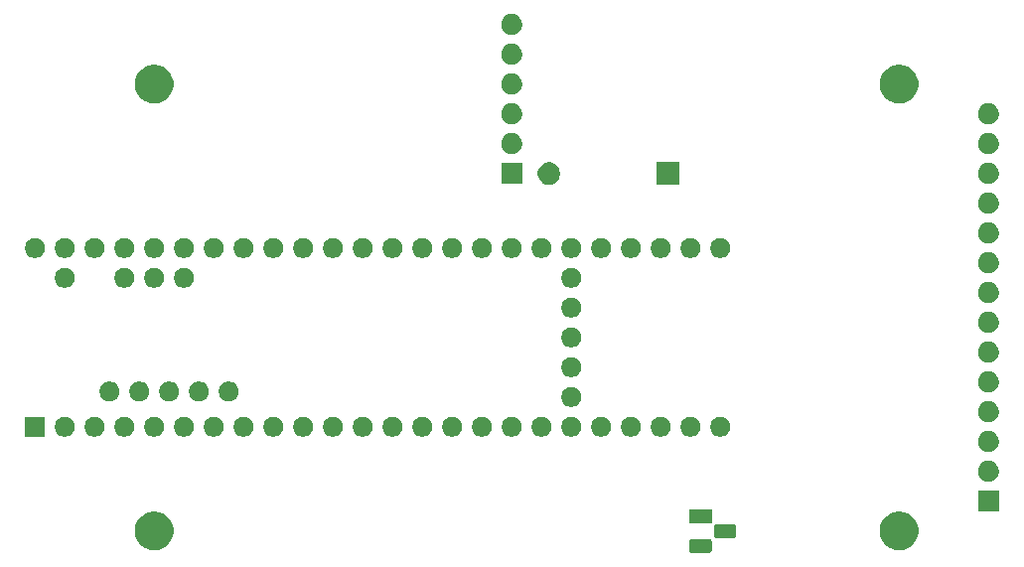
<source format=gbr>
G04 #@! TF.GenerationSoftware,KiCad,Pcbnew,(5.1.5)-3*
G04 #@! TF.CreationDate,2020-10-01T22:25:20-07:00*
G04 #@! TF.ProjectId,boostino,626f6f73-7469-46e6-9f2e-6b696361645f,rev?*
G04 #@! TF.SameCoordinates,Original*
G04 #@! TF.FileFunction,Soldermask,Bot*
G04 #@! TF.FilePolarity,Negative*
%FSLAX46Y46*%
G04 Gerber Fmt 4.6, Leading zero omitted, Abs format (unit mm)*
G04 Created by KiCad (PCBNEW (5.1.5)-3) date 2020-10-01 22:25:20*
%MOMM*%
%LPD*%
G04 APERTURE LIST*
%ADD10C,0.100000*%
G04 APERTURE END LIST*
D10*
G36*
X169269315Y-128944166D02*
G01*
X169313843Y-128957674D01*
X169354892Y-128979615D01*
X169390864Y-129009136D01*
X169420385Y-129045108D01*
X169442326Y-129086157D01*
X169455834Y-129130685D01*
X169461000Y-129183140D01*
X169461000Y-129896860D01*
X169455834Y-129949315D01*
X169442326Y-129993843D01*
X169420385Y-130034892D01*
X169390864Y-130070864D01*
X169354892Y-130100385D01*
X169313843Y-130122326D01*
X169269315Y-130135834D01*
X169216860Y-130141000D01*
X167803140Y-130141000D01*
X167750685Y-130135834D01*
X167706157Y-130122326D01*
X167665108Y-130100385D01*
X167629136Y-130070864D01*
X167599615Y-130034892D01*
X167577674Y-129993843D01*
X167564166Y-129949315D01*
X167559000Y-129896860D01*
X167559000Y-129183140D01*
X167564166Y-129130685D01*
X167577674Y-129086157D01*
X167599615Y-129045108D01*
X167629136Y-129009136D01*
X167665108Y-128979615D01*
X167706157Y-128957674D01*
X167750685Y-128944166D01*
X167803140Y-128939000D01*
X169216860Y-128939000D01*
X169269315Y-128944166D01*
G37*
G36*
X185795256Y-126661298D02*
G01*
X185901579Y-126682447D01*
X186202042Y-126806903D01*
X186472451Y-126987585D01*
X186702415Y-127217549D01*
X186883097Y-127487958D01*
X187007553Y-127788421D01*
X187071000Y-128107391D01*
X187071000Y-128432609D01*
X187007553Y-128751579D01*
X186883097Y-129052042D01*
X186702415Y-129322451D01*
X186472451Y-129552415D01*
X186202042Y-129733097D01*
X185901579Y-129857553D01*
X185795256Y-129878702D01*
X185582611Y-129921000D01*
X185257389Y-129921000D01*
X185044744Y-129878702D01*
X184938421Y-129857553D01*
X184637958Y-129733097D01*
X184367549Y-129552415D01*
X184137585Y-129322451D01*
X183956903Y-129052042D01*
X183832447Y-128751579D01*
X183769000Y-128432609D01*
X183769000Y-128107391D01*
X183832447Y-127788421D01*
X183956903Y-127487958D01*
X184137585Y-127217549D01*
X184367549Y-126987585D01*
X184637958Y-126806903D01*
X184938421Y-126682447D01*
X185044744Y-126661298D01*
X185257389Y-126619000D01*
X185582611Y-126619000D01*
X185795256Y-126661298D01*
G37*
G36*
X122295256Y-126661298D02*
G01*
X122401579Y-126682447D01*
X122702042Y-126806903D01*
X122972451Y-126987585D01*
X123202415Y-127217549D01*
X123383097Y-127487958D01*
X123507553Y-127788421D01*
X123571000Y-128107391D01*
X123571000Y-128432609D01*
X123507553Y-128751579D01*
X123383097Y-129052042D01*
X123202415Y-129322451D01*
X122972451Y-129552415D01*
X122702042Y-129733097D01*
X122401579Y-129857553D01*
X122295256Y-129878702D01*
X122082611Y-129921000D01*
X121757389Y-129921000D01*
X121544744Y-129878702D01*
X121438421Y-129857553D01*
X121137958Y-129733097D01*
X120867549Y-129552415D01*
X120637585Y-129322451D01*
X120456903Y-129052042D01*
X120332447Y-128751579D01*
X120269000Y-128432609D01*
X120269000Y-128107391D01*
X120332447Y-127788421D01*
X120456903Y-127487958D01*
X120637585Y-127217549D01*
X120867549Y-126987585D01*
X121137958Y-126806903D01*
X121438421Y-126682447D01*
X121544744Y-126661298D01*
X121757389Y-126619000D01*
X122082611Y-126619000D01*
X122295256Y-126661298D01*
G37*
G36*
X171339315Y-127674166D02*
G01*
X171383843Y-127687674D01*
X171424892Y-127709615D01*
X171460864Y-127739136D01*
X171490385Y-127775108D01*
X171512326Y-127816157D01*
X171525834Y-127860685D01*
X171531000Y-127913140D01*
X171531000Y-128626860D01*
X171525834Y-128679315D01*
X171512326Y-128723843D01*
X171490385Y-128764892D01*
X171460864Y-128800864D01*
X171424892Y-128830385D01*
X171383843Y-128852326D01*
X171339315Y-128865834D01*
X171286860Y-128871000D01*
X169873140Y-128871000D01*
X169820685Y-128865834D01*
X169776157Y-128852326D01*
X169735108Y-128830385D01*
X169699136Y-128800864D01*
X169669615Y-128764892D01*
X169647674Y-128723843D01*
X169634166Y-128679315D01*
X169629000Y-128626860D01*
X169629000Y-127913140D01*
X169634166Y-127860685D01*
X169647675Y-127816153D01*
X169664368Y-127784923D01*
X169670417Y-127770320D01*
X169682624Y-127759256D01*
X169699136Y-127739136D01*
X169735108Y-127709615D01*
X169776157Y-127687674D01*
X169820685Y-127674166D01*
X169873140Y-127669000D01*
X171286860Y-127669000D01*
X171339315Y-127674166D01*
G37*
G36*
X169461000Y-127601000D02*
G01*
X167559000Y-127601000D01*
X167559000Y-126399000D01*
X169461000Y-126399000D01*
X169461000Y-127601000D01*
G37*
G36*
X193941000Y-126631000D02*
G01*
X192139000Y-126631000D01*
X192139000Y-124829000D01*
X193941000Y-124829000D01*
X193941000Y-126631000D01*
G37*
G36*
X193153512Y-122293927D02*
G01*
X193302812Y-122323624D01*
X193466784Y-122391544D01*
X193614354Y-122490147D01*
X193739853Y-122615646D01*
X193838456Y-122763216D01*
X193906376Y-122927188D01*
X193941000Y-123101259D01*
X193941000Y-123278741D01*
X193906376Y-123452812D01*
X193838456Y-123616784D01*
X193739853Y-123764354D01*
X193614354Y-123889853D01*
X193466784Y-123988456D01*
X193302812Y-124056376D01*
X193153512Y-124086073D01*
X193128742Y-124091000D01*
X192951258Y-124091000D01*
X192926488Y-124086073D01*
X192777188Y-124056376D01*
X192613216Y-123988456D01*
X192465646Y-123889853D01*
X192340147Y-123764354D01*
X192241544Y-123616784D01*
X192173624Y-123452812D01*
X192139000Y-123278741D01*
X192139000Y-123101259D01*
X192173624Y-122927188D01*
X192241544Y-122763216D01*
X192340147Y-122615646D01*
X192465646Y-122490147D01*
X192613216Y-122391544D01*
X192777188Y-122323624D01*
X192926488Y-122293927D01*
X192951258Y-122289000D01*
X193128742Y-122289000D01*
X193153512Y-122293927D01*
G37*
G36*
X193153512Y-119753927D02*
G01*
X193302812Y-119783624D01*
X193466784Y-119851544D01*
X193614354Y-119950147D01*
X193739853Y-120075646D01*
X193838456Y-120223216D01*
X193906376Y-120387188D01*
X193941000Y-120561259D01*
X193941000Y-120738741D01*
X193906376Y-120912812D01*
X193838456Y-121076784D01*
X193739853Y-121224354D01*
X193614354Y-121349853D01*
X193466784Y-121448456D01*
X193302812Y-121516376D01*
X193153512Y-121546073D01*
X193128742Y-121551000D01*
X192951258Y-121551000D01*
X192926488Y-121546073D01*
X192777188Y-121516376D01*
X192613216Y-121448456D01*
X192465646Y-121349853D01*
X192340147Y-121224354D01*
X192241544Y-121076784D01*
X192173624Y-120912812D01*
X192139000Y-120738741D01*
X192139000Y-120561259D01*
X192173624Y-120387188D01*
X192241544Y-120223216D01*
X192340147Y-120075646D01*
X192465646Y-119950147D01*
X192613216Y-119851544D01*
X192777188Y-119783624D01*
X192926488Y-119753927D01*
X192951258Y-119749000D01*
X193128742Y-119749000D01*
X193153512Y-119753927D01*
G37*
G36*
X167888228Y-118561703D02*
G01*
X168043100Y-118625853D01*
X168182481Y-118718985D01*
X168301015Y-118837519D01*
X168394147Y-118976900D01*
X168458297Y-119131772D01*
X168491000Y-119296184D01*
X168491000Y-119463816D01*
X168458297Y-119628228D01*
X168394147Y-119783100D01*
X168301015Y-119922481D01*
X168182481Y-120041015D01*
X168043100Y-120134147D01*
X167888228Y-120198297D01*
X167723816Y-120231000D01*
X167556184Y-120231000D01*
X167391772Y-120198297D01*
X167236900Y-120134147D01*
X167097519Y-120041015D01*
X166978985Y-119922481D01*
X166885853Y-119783100D01*
X166821703Y-119628228D01*
X166789000Y-119463816D01*
X166789000Y-119296184D01*
X166821703Y-119131772D01*
X166885853Y-118976900D01*
X166978985Y-118837519D01*
X167097519Y-118718985D01*
X167236900Y-118625853D01*
X167391772Y-118561703D01*
X167556184Y-118529000D01*
X167723816Y-118529000D01*
X167888228Y-118561703D01*
G37*
G36*
X147568228Y-118561703D02*
G01*
X147723100Y-118625853D01*
X147862481Y-118718985D01*
X147981015Y-118837519D01*
X148074147Y-118976900D01*
X148138297Y-119131772D01*
X148171000Y-119296184D01*
X148171000Y-119463816D01*
X148138297Y-119628228D01*
X148074147Y-119783100D01*
X147981015Y-119922481D01*
X147862481Y-120041015D01*
X147723100Y-120134147D01*
X147568228Y-120198297D01*
X147403816Y-120231000D01*
X147236184Y-120231000D01*
X147071772Y-120198297D01*
X146916900Y-120134147D01*
X146777519Y-120041015D01*
X146658985Y-119922481D01*
X146565853Y-119783100D01*
X146501703Y-119628228D01*
X146469000Y-119463816D01*
X146469000Y-119296184D01*
X146501703Y-119131772D01*
X146565853Y-118976900D01*
X146658985Y-118837519D01*
X146777519Y-118718985D01*
X146916900Y-118625853D01*
X147071772Y-118561703D01*
X147236184Y-118529000D01*
X147403816Y-118529000D01*
X147568228Y-118561703D01*
G37*
G36*
X165348228Y-118561703D02*
G01*
X165503100Y-118625853D01*
X165642481Y-118718985D01*
X165761015Y-118837519D01*
X165854147Y-118976900D01*
X165918297Y-119131772D01*
X165951000Y-119296184D01*
X165951000Y-119463816D01*
X165918297Y-119628228D01*
X165854147Y-119783100D01*
X165761015Y-119922481D01*
X165642481Y-120041015D01*
X165503100Y-120134147D01*
X165348228Y-120198297D01*
X165183816Y-120231000D01*
X165016184Y-120231000D01*
X164851772Y-120198297D01*
X164696900Y-120134147D01*
X164557519Y-120041015D01*
X164438985Y-119922481D01*
X164345853Y-119783100D01*
X164281703Y-119628228D01*
X164249000Y-119463816D01*
X164249000Y-119296184D01*
X164281703Y-119131772D01*
X164345853Y-118976900D01*
X164438985Y-118837519D01*
X164557519Y-118718985D01*
X164696900Y-118625853D01*
X164851772Y-118561703D01*
X165016184Y-118529000D01*
X165183816Y-118529000D01*
X165348228Y-118561703D01*
G37*
G36*
X162808228Y-118561703D02*
G01*
X162963100Y-118625853D01*
X163102481Y-118718985D01*
X163221015Y-118837519D01*
X163314147Y-118976900D01*
X163378297Y-119131772D01*
X163411000Y-119296184D01*
X163411000Y-119463816D01*
X163378297Y-119628228D01*
X163314147Y-119783100D01*
X163221015Y-119922481D01*
X163102481Y-120041015D01*
X162963100Y-120134147D01*
X162808228Y-120198297D01*
X162643816Y-120231000D01*
X162476184Y-120231000D01*
X162311772Y-120198297D01*
X162156900Y-120134147D01*
X162017519Y-120041015D01*
X161898985Y-119922481D01*
X161805853Y-119783100D01*
X161741703Y-119628228D01*
X161709000Y-119463816D01*
X161709000Y-119296184D01*
X161741703Y-119131772D01*
X161805853Y-118976900D01*
X161898985Y-118837519D01*
X162017519Y-118718985D01*
X162156900Y-118625853D01*
X162311772Y-118561703D01*
X162476184Y-118529000D01*
X162643816Y-118529000D01*
X162808228Y-118561703D01*
G37*
G36*
X145028228Y-118561703D02*
G01*
X145183100Y-118625853D01*
X145322481Y-118718985D01*
X145441015Y-118837519D01*
X145534147Y-118976900D01*
X145598297Y-119131772D01*
X145631000Y-119296184D01*
X145631000Y-119463816D01*
X145598297Y-119628228D01*
X145534147Y-119783100D01*
X145441015Y-119922481D01*
X145322481Y-120041015D01*
X145183100Y-120134147D01*
X145028228Y-120198297D01*
X144863816Y-120231000D01*
X144696184Y-120231000D01*
X144531772Y-120198297D01*
X144376900Y-120134147D01*
X144237519Y-120041015D01*
X144118985Y-119922481D01*
X144025853Y-119783100D01*
X143961703Y-119628228D01*
X143929000Y-119463816D01*
X143929000Y-119296184D01*
X143961703Y-119131772D01*
X144025853Y-118976900D01*
X144118985Y-118837519D01*
X144237519Y-118718985D01*
X144376900Y-118625853D01*
X144531772Y-118561703D01*
X144696184Y-118529000D01*
X144863816Y-118529000D01*
X145028228Y-118561703D01*
G37*
G36*
X150108228Y-118561703D02*
G01*
X150263100Y-118625853D01*
X150402481Y-118718985D01*
X150521015Y-118837519D01*
X150614147Y-118976900D01*
X150678297Y-119131772D01*
X150711000Y-119296184D01*
X150711000Y-119463816D01*
X150678297Y-119628228D01*
X150614147Y-119783100D01*
X150521015Y-119922481D01*
X150402481Y-120041015D01*
X150263100Y-120134147D01*
X150108228Y-120198297D01*
X149943816Y-120231000D01*
X149776184Y-120231000D01*
X149611772Y-120198297D01*
X149456900Y-120134147D01*
X149317519Y-120041015D01*
X149198985Y-119922481D01*
X149105853Y-119783100D01*
X149041703Y-119628228D01*
X149009000Y-119463816D01*
X149009000Y-119296184D01*
X149041703Y-119131772D01*
X149105853Y-118976900D01*
X149198985Y-118837519D01*
X149317519Y-118718985D01*
X149456900Y-118625853D01*
X149611772Y-118561703D01*
X149776184Y-118529000D01*
X149943816Y-118529000D01*
X150108228Y-118561703D01*
G37*
G36*
X160268228Y-118561703D02*
G01*
X160423100Y-118625853D01*
X160562481Y-118718985D01*
X160681015Y-118837519D01*
X160774147Y-118976900D01*
X160838297Y-119131772D01*
X160871000Y-119296184D01*
X160871000Y-119463816D01*
X160838297Y-119628228D01*
X160774147Y-119783100D01*
X160681015Y-119922481D01*
X160562481Y-120041015D01*
X160423100Y-120134147D01*
X160268228Y-120198297D01*
X160103816Y-120231000D01*
X159936184Y-120231000D01*
X159771772Y-120198297D01*
X159616900Y-120134147D01*
X159477519Y-120041015D01*
X159358985Y-119922481D01*
X159265853Y-119783100D01*
X159201703Y-119628228D01*
X159169000Y-119463816D01*
X159169000Y-119296184D01*
X159201703Y-119131772D01*
X159265853Y-118976900D01*
X159358985Y-118837519D01*
X159477519Y-118718985D01*
X159616900Y-118625853D01*
X159771772Y-118561703D01*
X159936184Y-118529000D01*
X160103816Y-118529000D01*
X160268228Y-118561703D01*
G37*
G36*
X157728228Y-118561703D02*
G01*
X157883100Y-118625853D01*
X158022481Y-118718985D01*
X158141015Y-118837519D01*
X158234147Y-118976900D01*
X158298297Y-119131772D01*
X158331000Y-119296184D01*
X158331000Y-119463816D01*
X158298297Y-119628228D01*
X158234147Y-119783100D01*
X158141015Y-119922481D01*
X158022481Y-120041015D01*
X157883100Y-120134147D01*
X157728228Y-120198297D01*
X157563816Y-120231000D01*
X157396184Y-120231000D01*
X157231772Y-120198297D01*
X157076900Y-120134147D01*
X156937519Y-120041015D01*
X156818985Y-119922481D01*
X156725853Y-119783100D01*
X156661703Y-119628228D01*
X156629000Y-119463816D01*
X156629000Y-119296184D01*
X156661703Y-119131772D01*
X156725853Y-118976900D01*
X156818985Y-118837519D01*
X156937519Y-118718985D01*
X157076900Y-118625853D01*
X157231772Y-118561703D01*
X157396184Y-118529000D01*
X157563816Y-118529000D01*
X157728228Y-118561703D01*
G37*
G36*
X155188228Y-118561703D02*
G01*
X155343100Y-118625853D01*
X155482481Y-118718985D01*
X155601015Y-118837519D01*
X155694147Y-118976900D01*
X155758297Y-119131772D01*
X155791000Y-119296184D01*
X155791000Y-119463816D01*
X155758297Y-119628228D01*
X155694147Y-119783100D01*
X155601015Y-119922481D01*
X155482481Y-120041015D01*
X155343100Y-120134147D01*
X155188228Y-120198297D01*
X155023816Y-120231000D01*
X154856184Y-120231000D01*
X154691772Y-120198297D01*
X154536900Y-120134147D01*
X154397519Y-120041015D01*
X154278985Y-119922481D01*
X154185853Y-119783100D01*
X154121703Y-119628228D01*
X154089000Y-119463816D01*
X154089000Y-119296184D01*
X154121703Y-119131772D01*
X154185853Y-118976900D01*
X154278985Y-118837519D01*
X154397519Y-118718985D01*
X154536900Y-118625853D01*
X154691772Y-118561703D01*
X154856184Y-118529000D01*
X155023816Y-118529000D01*
X155188228Y-118561703D01*
G37*
G36*
X152648228Y-118561703D02*
G01*
X152803100Y-118625853D01*
X152942481Y-118718985D01*
X153061015Y-118837519D01*
X153154147Y-118976900D01*
X153218297Y-119131772D01*
X153251000Y-119296184D01*
X153251000Y-119463816D01*
X153218297Y-119628228D01*
X153154147Y-119783100D01*
X153061015Y-119922481D01*
X152942481Y-120041015D01*
X152803100Y-120134147D01*
X152648228Y-120198297D01*
X152483816Y-120231000D01*
X152316184Y-120231000D01*
X152151772Y-120198297D01*
X151996900Y-120134147D01*
X151857519Y-120041015D01*
X151738985Y-119922481D01*
X151645853Y-119783100D01*
X151581703Y-119628228D01*
X151549000Y-119463816D01*
X151549000Y-119296184D01*
X151581703Y-119131772D01*
X151645853Y-118976900D01*
X151738985Y-118837519D01*
X151857519Y-118718985D01*
X151996900Y-118625853D01*
X152151772Y-118561703D01*
X152316184Y-118529000D01*
X152483816Y-118529000D01*
X152648228Y-118561703D01*
G37*
G36*
X112611000Y-120231000D02*
G01*
X110909000Y-120231000D01*
X110909000Y-118529000D01*
X112611000Y-118529000D01*
X112611000Y-120231000D01*
G37*
G36*
X114548228Y-118561703D02*
G01*
X114703100Y-118625853D01*
X114842481Y-118718985D01*
X114961015Y-118837519D01*
X115054147Y-118976900D01*
X115118297Y-119131772D01*
X115151000Y-119296184D01*
X115151000Y-119463816D01*
X115118297Y-119628228D01*
X115054147Y-119783100D01*
X114961015Y-119922481D01*
X114842481Y-120041015D01*
X114703100Y-120134147D01*
X114548228Y-120198297D01*
X114383816Y-120231000D01*
X114216184Y-120231000D01*
X114051772Y-120198297D01*
X113896900Y-120134147D01*
X113757519Y-120041015D01*
X113638985Y-119922481D01*
X113545853Y-119783100D01*
X113481703Y-119628228D01*
X113449000Y-119463816D01*
X113449000Y-119296184D01*
X113481703Y-119131772D01*
X113545853Y-118976900D01*
X113638985Y-118837519D01*
X113757519Y-118718985D01*
X113896900Y-118625853D01*
X114051772Y-118561703D01*
X114216184Y-118529000D01*
X114383816Y-118529000D01*
X114548228Y-118561703D01*
G37*
G36*
X142488228Y-118561703D02*
G01*
X142643100Y-118625853D01*
X142782481Y-118718985D01*
X142901015Y-118837519D01*
X142994147Y-118976900D01*
X143058297Y-119131772D01*
X143091000Y-119296184D01*
X143091000Y-119463816D01*
X143058297Y-119628228D01*
X142994147Y-119783100D01*
X142901015Y-119922481D01*
X142782481Y-120041015D01*
X142643100Y-120134147D01*
X142488228Y-120198297D01*
X142323816Y-120231000D01*
X142156184Y-120231000D01*
X141991772Y-120198297D01*
X141836900Y-120134147D01*
X141697519Y-120041015D01*
X141578985Y-119922481D01*
X141485853Y-119783100D01*
X141421703Y-119628228D01*
X141389000Y-119463816D01*
X141389000Y-119296184D01*
X141421703Y-119131772D01*
X141485853Y-118976900D01*
X141578985Y-118837519D01*
X141697519Y-118718985D01*
X141836900Y-118625853D01*
X141991772Y-118561703D01*
X142156184Y-118529000D01*
X142323816Y-118529000D01*
X142488228Y-118561703D01*
G37*
G36*
X139948228Y-118561703D02*
G01*
X140103100Y-118625853D01*
X140242481Y-118718985D01*
X140361015Y-118837519D01*
X140454147Y-118976900D01*
X140518297Y-119131772D01*
X140551000Y-119296184D01*
X140551000Y-119463816D01*
X140518297Y-119628228D01*
X140454147Y-119783100D01*
X140361015Y-119922481D01*
X140242481Y-120041015D01*
X140103100Y-120134147D01*
X139948228Y-120198297D01*
X139783816Y-120231000D01*
X139616184Y-120231000D01*
X139451772Y-120198297D01*
X139296900Y-120134147D01*
X139157519Y-120041015D01*
X139038985Y-119922481D01*
X138945853Y-119783100D01*
X138881703Y-119628228D01*
X138849000Y-119463816D01*
X138849000Y-119296184D01*
X138881703Y-119131772D01*
X138945853Y-118976900D01*
X139038985Y-118837519D01*
X139157519Y-118718985D01*
X139296900Y-118625853D01*
X139451772Y-118561703D01*
X139616184Y-118529000D01*
X139783816Y-118529000D01*
X139948228Y-118561703D01*
G37*
G36*
X137408228Y-118561703D02*
G01*
X137563100Y-118625853D01*
X137702481Y-118718985D01*
X137821015Y-118837519D01*
X137914147Y-118976900D01*
X137978297Y-119131772D01*
X138011000Y-119296184D01*
X138011000Y-119463816D01*
X137978297Y-119628228D01*
X137914147Y-119783100D01*
X137821015Y-119922481D01*
X137702481Y-120041015D01*
X137563100Y-120134147D01*
X137408228Y-120198297D01*
X137243816Y-120231000D01*
X137076184Y-120231000D01*
X136911772Y-120198297D01*
X136756900Y-120134147D01*
X136617519Y-120041015D01*
X136498985Y-119922481D01*
X136405853Y-119783100D01*
X136341703Y-119628228D01*
X136309000Y-119463816D01*
X136309000Y-119296184D01*
X136341703Y-119131772D01*
X136405853Y-118976900D01*
X136498985Y-118837519D01*
X136617519Y-118718985D01*
X136756900Y-118625853D01*
X136911772Y-118561703D01*
X137076184Y-118529000D01*
X137243816Y-118529000D01*
X137408228Y-118561703D01*
G37*
G36*
X134868228Y-118561703D02*
G01*
X135023100Y-118625853D01*
X135162481Y-118718985D01*
X135281015Y-118837519D01*
X135374147Y-118976900D01*
X135438297Y-119131772D01*
X135471000Y-119296184D01*
X135471000Y-119463816D01*
X135438297Y-119628228D01*
X135374147Y-119783100D01*
X135281015Y-119922481D01*
X135162481Y-120041015D01*
X135023100Y-120134147D01*
X134868228Y-120198297D01*
X134703816Y-120231000D01*
X134536184Y-120231000D01*
X134371772Y-120198297D01*
X134216900Y-120134147D01*
X134077519Y-120041015D01*
X133958985Y-119922481D01*
X133865853Y-119783100D01*
X133801703Y-119628228D01*
X133769000Y-119463816D01*
X133769000Y-119296184D01*
X133801703Y-119131772D01*
X133865853Y-118976900D01*
X133958985Y-118837519D01*
X134077519Y-118718985D01*
X134216900Y-118625853D01*
X134371772Y-118561703D01*
X134536184Y-118529000D01*
X134703816Y-118529000D01*
X134868228Y-118561703D01*
G37*
G36*
X132328228Y-118561703D02*
G01*
X132483100Y-118625853D01*
X132622481Y-118718985D01*
X132741015Y-118837519D01*
X132834147Y-118976900D01*
X132898297Y-119131772D01*
X132931000Y-119296184D01*
X132931000Y-119463816D01*
X132898297Y-119628228D01*
X132834147Y-119783100D01*
X132741015Y-119922481D01*
X132622481Y-120041015D01*
X132483100Y-120134147D01*
X132328228Y-120198297D01*
X132163816Y-120231000D01*
X131996184Y-120231000D01*
X131831772Y-120198297D01*
X131676900Y-120134147D01*
X131537519Y-120041015D01*
X131418985Y-119922481D01*
X131325853Y-119783100D01*
X131261703Y-119628228D01*
X131229000Y-119463816D01*
X131229000Y-119296184D01*
X131261703Y-119131772D01*
X131325853Y-118976900D01*
X131418985Y-118837519D01*
X131537519Y-118718985D01*
X131676900Y-118625853D01*
X131831772Y-118561703D01*
X131996184Y-118529000D01*
X132163816Y-118529000D01*
X132328228Y-118561703D01*
G37*
G36*
X129788228Y-118561703D02*
G01*
X129943100Y-118625853D01*
X130082481Y-118718985D01*
X130201015Y-118837519D01*
X130294147Y-118976900D01*
X130358297Y-119131772D01*
X130391000Y-119296184D01*
X130391000Y-119463816D01*
X130358297Y-119628228D01*
X130294147Y-119783100D01*
X130201015Y-119922481D01*
X130082481Y-120041015D01*
X129943100Y-120134147D01*
X129788228Y-120198297D01*
X129623816Y-120231000D01*
X129456184Y-120231000D01*
X129291772Y-120198297D01*
X129136900Y-120134147D01*
X128997519Y-120041015D01*
X128878985Y-119922481D01*
X128785853Y-119783100D01*
X128721703Y-119628228D01*
X128689000Y-119463816D01*
X128689000Y-119296184D01*
X128721703Y-119131772D01*
X128785853Y-118976900D01*
X128878985Y-118837519D01*
X128997519Y-118718985D01*
X129136900Y-118625853D01*
X129291772Y-118561703D01*
X129456184Y-118529000D01*
X129623816Y-118529000D01*
X129788228Y-118561703D01*
G37*
G36*
X127248228Y-118561703D02*
G01*
X127403100Y-118625853D01*
X127542481Y-118718985D01*
X127661015Y-118837519D01*
X127754147Y-118976900D01*
X127818297Y-119131772D01*
X127851000Y-119296184D01*
X127851000Y-119463816D01*
X127818297Y-119628228D01*
X127754147Y-119783100D01*
X127661015Y-119922481D01*
X127542481Y-120041015D01*
X127403100Y-120134147D01*
X127248228Y-120198297D01*
X127083816Y-120231000D01*
X126916184Y-120231000D01*
X126751772Y-120198297D01*
X126596900Y-120134147D01*
X126457519Y-120041015D01*
X126338985Y-119922481D01*
X126245853Y-119783100D01*
X126181703Y-119628228D01*
X126149000Y-119463816D01*
X126149000Y-119296184D01*
X126181703Y-119131772D01*
X126245853Y-118976900D01*
X126338985Y-118837519D01*
X126457519Y-118718985D01*
X126596900Y-118625853D01*
X126751772Y-118561703D01*
X126916184Y-118529000D01*
X127083816Y-118529000D01*
X127248228Y-118561703D01*
G37*
G36*
X124708228Y-118561703D02*
G01*
X124863100Y-118625853D01*
X125002481Y-118718985D01*
X125121015Y-118837519D01*
X125214147Y-118976900D01*
X125278297Y-119131772D01*
X125311000Y-119296184D01*
X125311000Y-119463816D01*
X125278297Y-119628228D01*
X125214147Y-119783100D01*
X125121015Y-119922481D01*
X125002481Y-120041015D01*
X124863100Y-120134147D01*
X124708228Y-120198297D01*
X124543816Y-120231000D01*
X124376184Y-120231000D01*
X124211772Y-120198297D01*
X124056900Y-120134147D01*
X123917519Y-120041015D01*
X123798985Y-119922481D01*
X123705853Y-119783100D01*
X123641703Y-119628228D01*
X123609000Y-119463816D01*
X123609000Y-119296184D01*
X123641703Y-119131772D01*
X123705853Y-118976900D01*
X123798985Y-118837519D01*
X123917519Y-118718985D01*
X124056900Y-118625853D01*
X124211772Y-118561703D01*
X124376184Y-118529000D01*
X124543816Y-118529000D01*
X124708228Y-118561703D01*
G37*
G36*
X122168228Y-118561703D02*
G01*
X122323100Y-118625853D01*
X122462481Y-118718985D01*
X122581015Y-118837519D01*
X122674147Y-118976900D01*
X122738297Y-119131772D01*
X122771000Y-119296184D01*
X122771000Y-119463816D01*
X122738297Y-119628228D01*
X122674147Y-119783100D01*
X122581015Y-119922481D01*
X122462481Y-120041015D01*
X122323100Y-120134147D01*
X122168228Y-120198297D01*
X122003816Y-120231000D01*
X121836184Y-120231000D01*
X121671772Y-120198297D01*
X121516900Y-120134147D01*
X121377519Y-120041015D01*
X121258985Y-119922481D01*
X121165853Y-119783100D01*
X121101703Y-119628228D01*
X121069000Y-119463816D01*
X121069000Y-119296184D01*
X121101703Y-119131772D01*
X121165853Y-118976900D01*
X121258985Y-118837519D01*
X121377519Y-118718985D01*
X121516900Y-118625853D01*
X121671772Y-118561703D01*
X121836184Y-118529000D01*
X122003816Y-118529000D01*
X122168228Y-118561703D01*
G37*
G36*
X119628228Y-118561703D02*
G01*
X119783100Y-118625853D01*
X119922481Y-118718985D01*
X120041015Y-118837519D01*
X120134147Y-118976900D01*
X120198297Y-119131772D01*
X120231000Y-119296184D01*
X120231000Y-119463816D01*
X120198297Y-119628228D01*
X120134147Y-119783100D01*
X120041015Y-119922481D01*
X119922481Y-120041015D01*
X119783100Y-120134147D01*
X119628228Y-120198297D01*
X119463816Y-120231000D01*
X119296184Y-120231000D01*
X119131772Y-120198297D01*
X118976900Y-120134147D01*
X118837519Y-120041015D01*
X118718985Y-119922481D01*
X118625853Y-119783100D01*
X118561703Y-119628228D01*
X118529000Y-119463816D01*
X118529000Y-119296184D01*
X118561703Y-119131772D01*
X118625853Y-118976900D01*
X118718985Y-118837519D01*
X118837519Y-118718985D01*
X118976900Y-118625853D01*
X119131772Y-118561703D01*
X119296184Y-118529000D01*
X119463816Y-118529000D01*
X119628228Y-118561703D01*
G37*
G36*
X117088228Y-118561703D02*
G01*
X117243100Y-118625853D01*
X117382481Y-118718985D01*
X117501015Y-118837519D01*
X117594147Y-118976900D01*
X117658297Y-119131772D01*
X117691000Y-119296184D01*
X117691000Y-119463816D01*
X117658297Y-119628228D01*
X117594147Y-119783100D01*
X117501015Y-119922481D01*
X117382481Y-120041015D01*
X117243100Y-120134147D01*
X117088228Y-120198297D01*
X116923816Y-120231000D01*
X116756184Y-120231000D01*
X116591772Y-120198297D01*
X116436900Y-120134147D01*
X116297519Y-120041015D01*
X116178985Y-119922481D01*
X116085853Y-119783100D01*
X116021703Y-119628228D01*
X115989000Y-119463816D01*
X115989000Y-119296184D01*
X116021703Y-119131772D01*
X116085853Y-118976900D01*
X116178985Y-118837519D01*
X116297519Y-118718985D01*
X116436900Y-118625853D01*
X116591772Y-118561703D01*
X116756184Y-118529000D01*
X116923816Y-118529000D01*
X117088228Y-118561703D01*
G37*
G36*
X170428228Y-118561703D02*
G01*
X170583100Y-118625853D01*
X170722481Y-118718985D01*
X170841015Y-118837519D01*
X170934147Y-118976900D01*
X170998297Y-119131772D01*
X171031000Y-119296184D01*
X171031000Y-119463816D01*
X170998297Y-119628228D01*
X170934147Y-119783100D01*
X170841015Y-119922481D01*
X170722481Y-120041015D01*
X170583100Y-120134147D01*
X170428228Y-120198297D01*
X170263816Y-120231000D01*
X170096184Y-120231000D01*
X169931772Y-120198297D01*
X169776900Y-120134147D01*
X169637519Y-120041015D01*
X169518985Y-119922481D01*
X169425853Y-119783100D01*
X169361703Y-119628228D01*
X169329000Y-119463816D01*
X169329000Y-119296184D01*
X169361703Y-119131772D01*
X169425853Y-118976900D01*
X169518985Y-118837519D01*
X169637519Y-118718985D01*
X169776900Y-118625853D01*
X169931772Y-118561703D01*
X170096184Y-118529000D01*
X170263816Y-118529000D01*
X170428228Y-118561703D01*
G37*
G36*
X193153512Y-117213927D02*
G01*
X193302812Y-117243624D01*
X193466784Y-117311544D01*
X193614354Y-117410147D01*
X193739853Y-117535646D01*
X193838456Y-117683216D01*
X193906376Y-117847188D01*
X193941000Y-118021259D01*
X193941000Y-118198741D01*
X193906376Y-118372812D01*
X193838456Y-118536784D01*
X193739853Y-118684354D01*
X193614354Y-118809853D01*
X193466784Y-118908456D01*
X193302812Y-118976376D01*
X193153512Y-119006073D01*
X193128742Y-119011000D01*
X192951258Y-119011000D01*
X192926488Y-119006073D01*
X192777188Y-118976376D01*
X192613216Y-118908456D01*
X192465646Y-118809853D01*
X192340147Y-118684354D01*
X192241544Y-118536784D01*
X192173624Y-118372812D01*
X192139000Y-118198741D01*
X192139000Y-118021259D01*
X192173624Y-117847188D01*
X192241544Y-117683216D01*
X192340147Y-117535646D01*
X192465646Y-117410147D01*
X192613216Y-117311544D01*
X192777188Y-117243624D01*
X192926488Y-117213927D01*
X192951258Y-117209000D01*
X193128742Y-117209000D01*
X193153512Y-117213927D01*
G37*
G36*
X157728228Y-116021703D02*
G01*
X157883100Y-116085853D01*
X158022481Y-116178985D01*
X158141015Y-116297519D01*
X158234147Y-116436900D01*
X158298297Y-116591772D01*
X158331000Y-116756184D01*
X158331000Y-116923816D01*
X158298297Y-117088228D01*
X158234147Y-117243100D01*
X158141015Y-117382481D01*
X158022481Y-117501015D01*
X157883100Y-117594147D01*
X157728228Y-117658297D01*
X157563816Y-117691000D01*
X157396184Y-117691000D01*
X157231772Y-117658297D01*
X157076900Y-117594147D01*
X156937519Y-117501015D01*
X156818985Y-117382481D01*
X156725853Y-117243100D01*
X156661703Y-117088228D01*
X156629000Y-116923816D01*
X156629000Y-116756184D01*
X156661703Y-116591772D01*
X156725853Y-116436900D01*
X156818985Y-116297519D01*
X156937519Y-116178985D01*
X157076900Y-116085853D01*
X157231772Y-116021703D01*
X157396184Y-115989000D01*
X157563816Y-115989000D01*
X157728228Y-116021703D01*
G37*
G36*
X128518228Y-115561703D02*
G01*
X128673100Y-115625853D01*
X128812481Y-115718985D01*
X128931015Y-115837519D01*
X129024147Y-115976900D01*
X129088297Y-116131772D01*
X129121000Y-116296184D01*
X129121000Y-116463816D01*
X129088297Y-116628228D01*
X129024147Y-116783100D01*
X128931015Y-116922481D01*
X128812481Y-117041015D01*
X128673100Y-117134147D01*
X128518228Y-117198297D01*
X128353816Y-117231000D01*
X128186184Y-117231000D01*
X128021772Y-117198297D01*
X127866900Y-117134147D01*
X127727519Y-117041015D01*
X127608985Y-116922481D01*
X127515853Y-116783100D01*
X127451703Y-116628228D01*
X127419000Y-116463816D01*
X127419000Y-116296184D01*
X127451703Y-116131772D01*
X127515853Y-115976900D01*
X127608985Y-115837519D01*
X127727519Y-115718985D01*
X127866900Y-115625853D01*
X128021772Y-115561703D01*
X128186184Y-115529000D01*
X128353816Y-115529000D01*
X128518228Y-115561703D01*
G37*
G36*
X123438228Y-115561703D02*
G01*
X123593100Y-115625853D01*
X123732481Y-115718985D01*
X123851015Y-115837519D01*
X123944147Y-115976900D01*
X124008297Y-116131772D01*
X124041000Y-116296184D01*
X124041000Y-116463816D01*
X124008297Y-116628228D01*
X123944147Y-116783100D01*
X123851015Y-116922481D01*
X123732481Y-117041015D01*
X123593100Y-117134147D01*
X123438228Y-117198297D01*
X123273816Y-117231000D01*
X123106184Y-117231000D01*
X122941772Y-117198297D01*
X122786900Y-117134147D01*
X122647519Y-117041015D01*
X122528985Y-116922481D01*
X122435853Y-116783100D01*
X122371703Y-116628228D01*
X122339000Y-116463816D01*
X122339000Y-116296184D01*
X122371703Y-116131772D01*
X122435853Y-115976900D01*
X122528985Y-115837519D01*
X122647519Y-115718985D01*
X122786900Y-115625853D01*
X122941772Y-115561703D01*
X123106184Y-115529000D01*
X123273816Y-115529000D01*
X123438228Y-115561703D01*
G37*
G36*
X120898228Y-115561703D02*
G01*
X121053100Y-115625853D01*
X121192481Y-115718985D01*
X121311015Y-115837519D01*
X121404147Y-115976900D01*
X121468297Y-116131772D01*
X121501000Y-116296184D01*
X121501000Y-116463816D01*
X121468297Y-116628228D01*
X121404147Y-116783100D01*
X121311015Y-116922481D01*
X121192481Y-117041015D01*
X121053100Y-117134147D01*
X120898228Y-117198297D01*
X120733816Y-117231000D01*
X120566184Y-117231000D01*
X120401772Y-117198297D01*
X120246900Y-117134147D01*
X120107519Y-117041015D01*
X119988985Y-116922481D01*
X119895853Y-116783100D01*
X119831703Y-116628228D01*
X119799000Y-116463816D01*
X119799000Y-116296184D01*
X119831703Y-116131772D01*
X119895853Y-115976900D01*
X119988985Y-115837519D01*
X120107519Y-115718985D01*
X120246900Y-115625853D01*
X120401772Y-115561703D01*
X120566184Y-115529000D01*
X120733816Y-115529000D01*
X120898228Y-115561703D01*
G37*
G36*
X118358228Y-115561703D02*
G01*
X118513100Y-115625853D01*
X118652481Y-115718985D01*
X118771015Y-115837519D01*
X118864147Y-115976900D01*
X118928297Y-116131772D01*
X118961000Y-116296184D01*
X118961000Y-116463816D01*
X118928297Y-116628228D01*
X118864147Y-116783100D01*
X118771015Y-116922481D01*
X118652481Y-117041015D01*
X118513100Y-117134147D01*
X118358228Y-117198297D01*
X118193816Y-117231000D01*
X118026184Y-117231000D01*
X117861772Y-117198297D01*
X117706900Y-117134147D01*
X117567519Y-117041015D01*
X117448985Y-116922481D01*
X117355853Y-116783100D01*
X117291703Y-116628228D01*
X117259000Y-116463816D01*
X117259000Y-116296184D01*
X117291703Y-116131772D01*
X117355853Y-115976900D01*
X117448985Y-115837519D01*
X117567519Y-115718985D01*
X117706900Y-115625853D01*
X117861772Y-115561703D01*
X118026184Y-115529000D01*
X118193816Y-115529000D01*
X118358228Y-115561703D01*
G37*
G36*
X125978228Y-115561703D02*
G01*
X126133100Y-115625853D01*
X126272481Y-115718985D01*
X126391015Y-115837519D01*
X126484147Y-115976900D01*
X126548297Y-116131772D01*
X126581000Y-116296184D01*
X126581000Y-116463816D01*
X126548297Y-116628228D01*
X126484147Y-116783100D01*
X126391015Y-116922481D01*
X126272481Y-117041015D01*
X126133100Y-117134147D01*
X125978228Y-117198297D01*
X125813816Y-117231000D01*
X125646184Y-117231000D01*
X125481772Y-117198297D01*
X125326900Y-117134147D01*
X125187519Y-117041015D01*
X125068985Y-116922481D01*
X124975853Y-116783100D01*
X124911703Y-116628228D01*
X124879000Y-116463816D01*
X124879000Y-116296184D01*
X124911703Y-116131772D01*
X124975853Y-115976900D01*
X125068985Y-115837519D01*
X125187519Y-115718985D01*
X125326900Y-115625853D01*
X125481772Y-115561703D01*
X125646184Y-115529000D01*
X125813816Y-115529000D01*
X125978228Y-115561703D01*
G37*
G36*
X193153512Y-114673927D02*
G01*
X193302812Y-114703624D01*
X193466784Y-114771544D01*
X193614354Y-114870147D01*
X193739853Y-114995646D01*
X193838456Y-115143216D01*
X193906376Y-115307188D01*
X193941000Y-115481259D01*
X193941000Y-115658741D01*
X193906376Y-115832812D01*
X193838456Y-115996784D01*
X193739853Y-116144354D01*
X193614354Y-116269853D01*
X193466784Y-116368456D01*
X193302812Y-116436376D01*
X193164863Y-116463815D01*
X193128742Y-116471000D01*
X192951258Y-116471000D01*
X192915137Y-116463815D01*
X192777188Y-116436376D01*
X192613216Y-116368456D01*
X192465646Y-116269853D01*
X192340147Y-116144354D01*
X192241544Y-115996784D01*
X192173624Y-115832812D01*
X192139000Y-115658741D01*
X192139000Y-115481259D01*
X192173624Y-115307188D01*
X192241544Y-115143216D01*
X192340147Y-114995646D01*
X192465646Y-114870147D01*
X192613216Y-114771544D01*
X192777188Y-114703624D01*
X192926488Y-114673927D01*
X192951258Y-114669000D01*
X193128742Y-114669000D01*
X193153512Y-114673927D01*
G37*
G36*
X157728228Y-113481703D02*
G01*
X157883100Y-113545853D01*
X158022481Y-113638985D01*
X158141015Y-113757519D01*
X158234147Y-113896900D01*
X158298297Y-114051772D01*
X158331000Y-114216184D01*
X158331000Y-114383816D01*
X158298297Y-114548228D01*
X158234147Y-114703100D01*
X158141015Y-114842481D01*
X158022481Y-114961015D01*
X157883100Y-115054147D01*
X157728228Y-115118297D01*
X157563816Y-115151000D01*
X157396184Y-115151000D01*
X157231772Y-115118297D01*
X157076900Y-115054147D01*
X156937519Y-114961015D01*
X156818985Y-114842481D01*
X156725853Y-114703100D01*
X156661703Y-114548228D01*
X156629000Y-114383816D01*
X156629000Y-114216184D01*
X156661703Y-114051772D01*
X156725853Y-113896900D01*
X156818985Y-113757519D01*
X156937519Y-113638985D01*
X157076900Y-113545853D01*
X157231772Y-113481703D01*
X157396184Y-113449000D01*
X157563816Y-113449000D01*
X157728228Y-113481703D01*
G37*
G36*
X193153512Y-112133927D02*
G01*
X193302812Y-112163624D01*
X193466784Y-112231544D01*
X193614354Y-112330147D01*
X193739853Y-112455646D01*
X193838456Y-112603216D01*
X193906376Y-112767188D01*
X193941000Y-112941259D01*
X193941000Y-113118741D01*
X193906376Y-113292812D01*
X193838456Y-113456784D01*
X193739853Y-113604354D01*
X193614354Y-113729853D01*
X193466784Y-113828456D01*
X193302812Y-113896376D01*
X193153512Y-113926073D01*
X193128742Y-113931000D01*
X192951258Y-113931000D01*
X192926488Y-113926073D01*
X192777188Y-113896376D01*
X192613216Y-113828456D01*
X192465646Y-113729853D01*
X192340147Y-113604354D01*
X192241544Y-113456784D01*
X192173624Y-113292812D01*
X192139000Y-113118741D01*
X192139000Y-112941259D01*
X192173624Y-112767188D01*
X192241544Y-112603216D01*
X192340147Y-112455646D01*
X192465646Y-112330147D01*
X192613216Y-112231544D01*
X192777188Y-112163624D01*
X192926488Y-112133927D01*
X192951258Y-112129000D01*
X193128742Y-112129000D01*
X193153512Y-112133927D01*
G37*
G36*
X157728228Y-110941703D02*
G01*
X157883100Y-111005853D01*
X158022481Y-111098985D01*
X158141015Y-111217519D01*
X158234147Y-111356900D01*
X158298297Y-111511772D01*
X158331000Y-111676184D01*
X158331000Y-111843816D01*
X158298297Y-112008228D01*
X158234147Y-112163100D01*
X158141015Y-112302481D01*
X158022481Y-112421015D01*
X157883100Y-112514147D01*
X157728228Y-112578297D01*
X157563816Y-112611000D01*
X157396184Y-112611000D01*
X157231772Y-112578297D01*
X157076900Y-112514147D01*
X156937519Y-112421015D01*
X156818985Y-112302481D01*
X156725853Y-112163100D01*
X156661703Y-112008228D01*
X156629000Y-111843816D01*
X156629000Y-111676184D01*
X156661703Y-111511772D01*
X156725853Y-111356900D01*
X156818985Y-111217519D01*
X156937519Y-111098985D01*
X157076900Y-111005853D01*
X157231772Y-110941703D01*
X157396184Y-110909000D01*
X157563816Y-110909000D01*
X157728228Y-110941703D01*
G37*
G36*
X193153512Y-109593927D02*
G01*
X193302812Y-109623624D01*
X193466784Y-109691544D01*
X193614354Y-109790147D01*
X193739853Y-109915646D01*
X193838456Y-110063216D01*
X193906376Y-110227188D01*
X193941000Y-110401259D01*
X193941000Y-110578741D01*
X193906376Y-110752812D01*
X193838456Y-110916784D01*
X193739853Y-111064354D01*
X193614354Y-111189853D01*
X193466784Y-111288456D01*
X193302812Y-111356376D01*
X193153512Y-111386073D01*
X193128742Y-111391000D01*
X192951258Y-111391000D01*
X192926488Y-111386073D01*
X192777188Y-111356376D01*
X192613216Y-111288456D01*
X192465646Y-111189853D01*
X192340147Y-111064354D01*
X192241544Y-110916784D01*
X192173624Y-110752812D01*
X192139000Y-110578741D01*
X192139000Y-110401259D01*
X192173624Y-110227188D01*
X192241544Y-110063216D01*
X192340147Y-109915646D01*
X192465646Y-109790147D01*
X192613216Y-109691544D01*
X192777188Y-109623624D01*
X192926488Y-109593927D01*
X192951258Y-109589000D01*
X193128742Y-109589000D01*
X193153512Y-109593927D01*
G37*
G36*
X157728228Y-108401703D02*
G01*
X157883100Y-108465853D01*
X158022481Y-108558985D01*
X158141015Y-108677519D01*
X158234147Y-108816900D01*
X158298297Y-108971772D01*
X158331000Y-109136184D01*
X158331000Y-109303816D01*
X158298297Y-109468228D01*
X158234147Y-109623100D01*
X158141015Y-109762481D01*
X158022481Y-109881015D01*
X157883100Y-109974147D01*
X157728228Y-110038297D01*
X157563816Y-110071000D01*
X157396184Y-110071000D01*
X157231772Y-110038297D01*
X157076900Y-109974147D01*
X156937519Y-109881015D01*
X156818985Y-109762481D01*
X156725853Y-109623100D01*
X156661703Y-109468228D01*
X156629000Y-109303816D01*
X156629000Y-109136184D01*
X156661703Y-108971772D01*
X156725853Y-108816900D01*
X156818985Y-108677519D01*
X156937519Y-108558985D01*
X157076900Y-108465853D01*
X157231772Y-108401703D01*
X157396184Y-108369000D01*
X157563816Y-108369000D01*
X157728228Y-108401703D01*
G37*
G36*
X193153512Y-107053927D02*
G01*
X193302812Y-107083624D01*
X193466784Y-107151544D01*
X193614354Y-107250147D01*
X193739853Y-107375646D01*
X193838456Y-107523216D01*
X193906376Y-107687188D01*
X193941000Y-107861259D01*
X193941000Y-108038741D01*
X193906376Y-108212812D01*
X193838456Y-108376784D01*
X193739853Y-108524354D01*
X193614354Y-108649853D01*
X193466784Y-108748456D01*
X193302812Y-108816376D01*
X193153512Y-108846073D01*
X193128742Y-108851000D01*
X192951258Y-108851000D01*
X192926488Y-108846073D01*
X192777188Y-108816376D01*
X192613216Y-108748456D01*
X192465646Y-108649853D01*
X192340147Y-108524354D01*
X192241544Y-108376784D01*
X192173624Y-108212812D01*
X192139000Y-108038741D01*
X192139000Y-107861259D01*
X192173624Y-107687188D01*
X192241544Y-107523216D01*
X192340147Y-107375646D01*
X192465646Y-107250147D01*
X192613216Y-107151544D01*
X192777188Y-107083624D01*
X192926488Y-107053927D01*
X192951258Y-107049000D01*
X193128742Y-107049000D01*
X193153512Y-107053927D01*
G37*
G36*
X114548228Y-105861703D02*
G01*
X114703100Y-105925853D01*
X114842481Y-106018985D01*
X114961015Y-106137519D01*
X115054147Y-106276900D01*
X115118297Y-106431772D01*
X115151000Y-106596184D01*
X115151000Y-106763816D01*
X115118297Y-106928228D01*
X115054147Y-107083100D01*
X114961015Y-107222481D01*
X114842481Y-107341015D01*
X114703100Y-107434147D01*
X114548228Y-107498297D01*
X114383816Y-107531000D01*
X114216184Y-107531000D01*
X114051772Y-107498297D01*
X113896900Y-107434147D01*
X113757519Y-107341015D01*
X113638985Y-107222481D01*
X113545853Y-107083100D01*
X113481703Y-106928228D01*
X113449000Y-106763816D01*
X113449000Y-106596184D01*
X113481703Y-106431772D01*
X113545853Y-106276900D01*
X113638985Y-106137519D01*
X113757519Y-106018985D01*
X113896900Y-105925853D01*
X114051772Y-105861703D01*
X114216184Y-105829000D01*
X114383816Y-105829000D01*
X114548228Y-105861703D01*
G37*
G36*
X157728228Y-105861703D02*
G01*
X157883100Y-105925853D01*
X158022481Y-106018985D01*
X158141015Y-106137519D01*
X158234147Y-106276900D01*
X158298297Y-106431772D01*
X158331000Y-106596184D01*
X158331000Y-106763816D01*
X158298297Y-106928228D01*
X158234147Y-107083100D01*
X158141015Y-107222481D01*
X158022481Y-107341015D01*
X157883100Y-107434147D01*
X157728228Y-107498297D01*
X157563816Y-107531000D01*
X157396184Y-107531000D01*
X157231772Y-107498297D01*
X157076900Y-107434147D01*
X156937519Y-107341015D01*
X156818985Y-107222481D01*
X156725853Y-107083100D01*
X156661703Y-106928228D01*
X156629000Y-106763816D01*
X156629000Y-106596184D01*
X156661703Y-106431772D01*
X156725853Y-106276900D01*
X156818985Y-106137519D01*
X156937519Y-106018985D01*
X157076900Y-105925853D01*
X157231772Y-105861703D01*
X157396184Y-105829000D01*
X157563816Y-105829000D01*
X157728228Y-105861703D01*
G37*
G36*
X124708228Y-105861703D02*
G01*
X124863100Y-105925853D01*
X125002481Y-106018985D01*
X125121015Y-106137519D01*
X125214147Y-106276900D01*
X125278297Y-106431772D01*
X125311000Y-106596184D01*
X125311000Y-106763816D01*
X125278297Y-106928228D01*
X125214147Y-107083100D01*
X125121015Y-107222481D01*
X125002481Y-107341015D01*
X124863100Y-107434147D01*
X124708228Y-107498297D01*
X124543816Y-107531000D01*
X124376184Y-107531000D01*
X124211772Y-107498297D01*
X124056900Y-107434147D01*
X123917519Y-107341015D01*
X123798985Y-107222481D01*
X123705853Y-107083100D01*
X123641703Y-106928228D01*
X123609000Y-106763816D01*
X123609000Y-106596184D01*
X123641703Y-106431772D01*
X123705853Y-106276900D01*
X123798985Y-106137519D01*
X123917519Y-106018985D01*
X124056900Y-105925853D01*
X124211772Y-105861703D01*
X124376184Y-105829000D01*
X124543816Y-105829000D01*
X124708228Y-105861703D01*
G37*
G36*
X122168228Y-105861703D02*
G01*
X122323100Y-105925853D01*
X122462481Y-106018985D01*
X122581015Y-106137519D01*
X122674147Y-106276900D01*
X122738297Y-106431772D01*
X122771000Y-106596184D01*
X122771000Y-106763816D01*
X122738297Y-106928228D01*
X122674147Y-107083100D01*
X122581015Y-107222481D01*
X122462481Y-107341015D01*
X122323100Y-107434147D01*
X122168228Y-107498297D01*
X122003816Y-107531000D01*
X121836184Y-107531000D01*
X121671772Y-107498297D01*
X121516900Y-107434147D01*
X121377519Y-107341015D01*
X121258985Y-107222481D01*
X121165853Y-107083100D01*
X121101703Y-106928228D01*
X121069000Y-106763816D01*
X121069000Y-106596184D01*
X121101703Y-106431772D01*
X121165853Y-106276900D01*
X121258985Y-106137519D01*
X121377519Y-106018985D01*
X121516900Y-105925853D01*
X121671772Y-105861703D01*
X121836184Y-105829000D01*
X122003816Y-105829000D01*
X122168228Y-105861703D01*
G37*
G36*
X119628228Y-105861703D02*
G01*
X119783100Y-105925853D01*
X119922481Y-106018985D01*
X120041015Y-106137519D01*
X120134147Y-106276900D01*
X120198297Y-106431772D01*
X120231000Y-106596184D01*
X120231000Y-106763816D01*
X120198297Y-106928228D01*
X120134147Y-107083100D01*
X120041015Y-107222481D01*
X119922481Y-107341015D01*
X119783100Y-107434147D01*
X119628228Y-107498297D01*
X119463816Y-107531000D01*
X119296184Y-107531000D01*
X119131772Y-107498297D01*
X118976900Y-107434147D01*
X118837519Y-107341015D01*
X118718985Y-107222481D01*
X118625853Y-107083100D01*
X118561703Y-106928228D01*
X118529000Y-106763816D01*
X118529000Y-106596184D01*
X118561703Y-106431772D01*
X118625853Y-106276900D01*
X118718985Y-106137519D01*
X118837519Y-106018985D01*
X118976900Y-105925853D01*
X119131772Y-105861703D01*
X119296184Y-105829000D01*
X119463816Y-105829000D01*
X119628228Y-105861703D01*
G37*
G36*
X193153512Y-104513927D02*
G01*
X193302812Y-104543624D01*
X193466784Y-104611544D01*
X193614354Y-104710147D01*
X193739853Y-104835646D01*
X193838456Y-104983216D01*
X193906376Y-105147188D01*
X193941000Y-105321259D01*
X193941000Y-105498741D01*
X193906376Y-105672812D01*
X193838456Y-105836784D01*
X193739853Y-105984354D01*
X193614354Y-106109853D01*
X193466784Y-106208456D01*
X193302812Y-106276376D01*
X193153512Y-106306073D01*
X193128742Y-106311000D01*
X192951258Y-106311000D01*
X192926488Y-106306073D01*
X192777188Y-106276376D01*
X192613216Y-106208456D01*
X192465646Y-106109853D01*
X192340147Y-105984354D01*
X192241544Y-105836784D01*
X192173624Y-105672812D01*
X192139000Y-105498741D01*
X192139000Y-105321259D01*
X192173624Y-105147188D01*
X192241544Y-104983216D01*
X192340147Y-104835646D01*
X192465646Y-104710147D01*
X192613216Y-104611544D01*
X192777188Y-104543624D01*
X192926488Y-104513927D01*
X192951258Y-104509000D01*
X193128742Y-104509000D01*
X193153512Y-104513927D01*
G37*
G36*
X139948228Y-103321703D02*
G01*
X140103100Y-103385853D01*
X140242481Y-103478985D01*
X140361015Y-103597519D01*
X140454147Y-103736900D01*
X140518297Y-103891772D01*
X140551000Y-104056184D01*
X140551000Y-104223816D01*
X140518297Y-104388228D01*
X140454147Y-104543100D01*
X140361015Y-104682481D01*
X140242481Y-104801015D01*
X140103100Y-104894147D01*
X139948228Y-104958297D01*
X139783816Y-104991000D01*
X139616184Y-104991000D01*
X139451772Y-104958297D01*
X139296900Y-104894147D01*
X139157519Y-104801015D01*
X139038985Y-104682481D01*
X138945853Y-104543100D01*
X138881703Y-104388228D01*
X138849000Y-104223816D01*
X138849000Y-104056184D01*
X138881703Y-103891772D01*
X138945853Y-103736900D01*
X139038985Y-103597519D01*
X139157519Y-103478985D01*
X139296900Y-103385853D01*
X139451772Y-103321703D01*
X139616184Y-103289000D01*
X139783816Y-103289000D01*
X139948228Y-103321703D01*
G37*
G36*
X155188228Y-103321703D02*
G01*
X155343100Y-103385853D01*
X155482481Y-103478985D01*
X155601015Y-103597519D01*
X155694147Y-103736900D01*
X155758297Y-103891772D01*
X155791000Y-104056184D01*
X155791000Y-104223816D01*
X155758297Y-104388228D01*
X155694147Y-104543100D01*
X155601015Y-104682481D01*
X155482481Y-104801015D01*
X155343100Y-104894147D01*
X155188228Y-104958297D01*
X155023816Y-104991000D01*
X154856184Y-104991000D01*
X154691772Y-104958297D01*
X154536900Y-104894147D01*
X154397519Y-104801015D01*
X154278985Y-104682481D01*
X154185853Y-104543100D01*
X154121703Y-104388228D01*
X154089000Y-104223816D01*
X154089000Y-104056184D01*
X154121703Y-103891772D01*
X154185853Y-103736900D01*
X154278985Y-103597519D01*
X154397519Y-103478985D01*
X154536900Y-103385853D01*
X154691772Y-103321703D01*
X154856184Y-103289000D01*
X155023816Y-103289000D01*
X155188228Y-103321703D01*
G37*
G36*
X150108228Y-103321703D02*
G01*
X150263100Y-103385853D01*
X150402481Y-103478985D01*
X150521015Y-103597519D01*
X150614147Y-103736900D01*
X150678297Y-103891772D01*
X150711000Y-104056184D01*
X150711000Y-104223816D01*
X150678297Y-104388228D01*
X150614147Y-104543100D01*
X150521015Y-104682481D01*
X150402481Y-104801015D01*
X150263100Y-104894147D01*
X150108228Y-104958297D01*
X149943816Y-104991000D01*
X149776184Y-104991000D01*
X149611772Y-104958297D01*
X149456900Y-104894147D01*
X149317519Y-104801015D01*
X149198985Y-104682481D01*
X149105853Y-104543100D01*
X149041703Y-104388228D01*
X149009000Y-104223816D01*
X149009000Y-104056184D01*
X149041703Y-103891772D01*
X149105853Y-103736900D01*
X149198985Y-103597519D01*
X149317519Y-103478985D01*
X149456900Y-103385853D01*
X149611772Y-103321703D01*
X149776184Y-103289000D01*
X149943816Y-103289000D01*
X150108228Y-103321703D01*
G37*
G36*
X147568228Y-103321703D02*
G01*
X147723100Y-103385853D01*
X147862481Y-103478985D01*
X147981015Y-103597519D01*
X148074147Y-103736900D01*
X148138297Y-103891772D01*
X148171000Y-104056184D01*
X148171000Y-104223816D01*
X148138297Y-104388228D01*
X148074147Y-104543100D01*
X147981015Y-104682481D01*
X147862481Y-104801015D01*
X147723100Y-104894147D01*
X147568228Y-104958297D01*
X147403816Y-104991000D01*
X147236184Y-104991000D01*
X147071772Y-104958297D01*
X146916900Y-104894147D01*
X146777519Y-104801015D01*
X146658985Y-104682481D01*
X146565853Y-104543100D01*
X146501703Y-104388228D01*
X146469000Y-104223816D01*
X146469000Y-104056184D01*
X146501703Y-103891772D01*
X146565853Y-103736900D01*
X146658985Y-103597519D01*
X146777519Y-103478985D01*
X146916900Y-103385853D01*
X147071772Y-103321703D01*
X147236184Y-103289000D01*
X147403816Y-103289000D01*
X147568228Y-103321703D01*
G37*
G36*
X145028228Y-103321703D02*
G01*
X145183100Y-103385853D01*
X145322481Y-103478985D01*
X145441015Y-103597519D01*
X145534147Y-103736900D01*
X145598297Y-103891772D01*
X145631000Y-104056184D01*
X145631000Y-104223816D01*
X145598297Y-104388228D01*
X145534147Y-104543100D01*
X145441015Y-104682481D01*
X145322481Y-104801015D01*
X145183100Y-104894147D01*
X145028228Y-104958297D01*
X144863816Y-104991000D01*
X144696184Y-104991000D01*
X144531772Y-104958297D01*
X144376900Y-104894147D01*
X144237519Y-104801015D01*
X144118985Y-104682481D01*
X144025853Y-104543100D01*
X143961703Y-104388228D01*
X143929000Y-104223816D01*
X143929000Y-104056184D01*
X143961703Y-103891772D01*
X144025853Y-103736900D01*
X144118985Y-103597519D01*
X144237519Y-103478985D01*
X144376900Y-103385853D01*
X144531772Y-103321703D01*
X144696184Y-103289000D01*
X144863816Y-103289000D01*
X145028228Y-103321703D01*
G37*
G36*
X152648228Y-103321703D02*
G01*
X152803100Y-103385853D01*
X152942481Y-103478985D01*
X153061015Y-103597519D01*
X153154147Y-103736900D01*
X153218297Y-103891772D01*
X153251000Y-104056184D01*
X153251000Y-104223816D01*
X153218297Y-104388228D01*
X153154147Y-104543100D01*
X153061015Y-104682481D01*
X152942481Y-104801015D01*
X152803100Y-104894147D01*
X152648228Y-104958297D01*
X152483816Y-104991000D01*
X152316184Y-104991000D01*
X152151772Y-104958297D01*
X151996900Y-104894147D01*
X151857519Y-104801015D01*
X151738985Y-104682481D01*
X151645853Y-104543100D01*
X151581703Y-104388228D01*
X151549000Y-104223816D01*
X151549000Y-104056184D01*
X151581703Y-103891772D01*
X151645853Y-103736900D01*
X151738985Y-103597519D01*
X151857519Y-103478985D01*
X151996900Y-103385853D01*
X152151772Y-103321703D01*
X152316184Y-103289000D01*
X152483816Y-103289000D01*
X152648228Y-103321703D01*
G37*
G36*
X157728228Y-103321703D02*
G01*
X157883100Y-103385853D01*
X158022481Y-103478985D01*
X158141015Y-103597519D01*
X158234147Y-103736900D01*
X158298297Y-103891772D01*
X158331000Y-104056184D01*
X158331000Y-104223816D01*
X158298297Y-104388228D01*
X158234147Y-104543100D01*
X158141015Y-104682481D01*
X158022481Y-104801015D01*
X157883100Y-104894147D01*
X157728228Y-104958297D01*
X157563816Y-104991000D01*
X157396184Y-104991000D01*
X157231772Y-104958297D01*
X157076900Y-104894147D01*
X156937519Y-104801015D01*
X156818985Y-104682481D01*
X156725853Y-104543100D01*
X156661703Y-104388228D01*
X156629000Y-104223816D01*
X156629000Y-104056184D01*
X156661703Y-103891772D01*
X156725853Y-103736900D01*
X156818985Y-103597519D01*
X156937519Y-103478985D01*
X157076900Y-103385853D01*
X157231772Y-103321703D01*
X157396184Y-103289000D01*
X157563816Y-103289000D01*
X157728228Y-103321703D01*
G37*
G36*
X160268228Y-103321703D02*
G01*
X160423100Y-103385853D01*
X160562481Y-103478985D01*
X160681015Y-103597519D01*
X160774147Y-103736900D01*
X160838297Y-103891772D01*
X160871000Y-104056184D01*
X160871000Y-104223816D01*
X160838297Y-104388228D01*
X160774147Y-104543100D01*
X160681015Y-104682481D01*
X160562481Y-104801015D01*
X160423100Y-104894147D01*
X160268228Y-104958297D01*
X160103816Y-104991000D01*
X159936184Y-104991000D01*
X159771772Y-104958297D01*
X159616900Y-104894147D01*
X159477519Y-104801015D01*
X159358985Y-104682481D01*
X159265853Y-104543100D01*
X159201703Y-104388228D01*
X159169000Y-104223816D01*
X159169000Y-104056184D01*
X159201703Y-103891772D01*
X159265853Y-103736900D01*
X159358985Y-103597519D01*
X159477519Y-103478985D01*
X159616900Y-103385853D01*
X159771772Y-103321703D01*
X159936184Y-103289000D01*
X160103816Y-103289000D01*
X160268228Y-103321703D01*
G37*
G36*
X162808228Y-103321703D02*
G01*
X162963100Y-103385853D01*
X163102481Y-103478985D01*
X163221015Y-103597519D01*
X163314147Y-103736900D01*
X163378297Y-103891772D01*
X163411000Y-104056184D01*
X163411000Y-104223816D01*
X163378297Y-104388228D01*
X163314147Y-104543100D01*
X163221015Y-104682481D01*
X163102481Y-104801015D01*
X162963100Y-104894147D01*
X162808228Y-104958297D01*
X162643816Y-104991000D01*
X162476184Y-104991000D01*
X162311772Y-104958297D01*
X162156900Y-104894147D01*
X162017519Y-104801015D01*
X161898985Y-104682481D01*
X161805853Y-104543100D01*
X161741703Y-104388228D01*
X161709000Y-104223816D01*
X161709000Y-104056184D01*
X161741703Y-103891772D01*
X161805853Y-103736900D01*
X161898985Y-103597519D01*
X162017519Y-103478985D01*
X162156900Y-103385853D01*
X162311772Y-103321703D01*
X162476184Y-103289000D01*
X162643816Y-103289000D01*
X162808228Y-103321703D01*
G37*
G36*
X165348228Y-103321703D02*
G01*
X165503100Y-103385853D01*
X165642481Y-103478985D01*
X165761015Y-103597519D01*
X165854147Y-103736900D01*
X165918297Y-103891772D01*
X165951000Y-104056184D01*
X165951000Y-104223816D01*
X165918297Y-104388228D01*
X165854147Y-104543100D01*
X165761015Y-104682481D01*
X165642481Y-104801015D01*
X165503100Y-104894147D01*
X165348228Y-104958297D01*
X165183816Y-104991000D01*
X165016184Y-104991000D01*
X164851772Y-104958297D01*
X164696900Y-104894147D01*
X164557519Y-104801015D01*
X164438985Y-104682481D01*
X164345853Y-104543100D01*
X164281703Y-104388228D01*
X164249000Y-104223816D01*
X164249000Y-104056184D01*
X164281703Y-103891772D01*
X164345853Y-103736900D01*
X164438985Y-103597519D01*
X164557519Y-103478985D01*
X164696900Y-103385853D01*
X164851772Y-103321703D01*
X165016184Y-103289000D01*
X165183816Y-103289000D01*
X165348228Y-103321703D01*
G37*
G36*
X167888228Y-103321703D02*
G01*
X168043100Y-103385853D01*
X168182481Y-103478985D01*
X168301015Y-103597519D01*
X168394147Y-103736900D01*
X168458297Y-103891772D01*
X168491000Y-104056184D01*
X168491000Y-104223816D01*
X168458297Y-104388228D01*
X168394147Y-104543100D01*
X168301015Y-104682481D01*
X168182481Y-104801015D01*
X168043100Y-104894147D01*
X167888228Y-104958297D01*
X167723816Y-104991000D01*
X167556184Y-104991000D01*
X167391772Y-104958297D01*
X167236900Y-104894147D01*
X167097519Y-104801015D01*
X166978985Y-104682481D01*
X166885853Y-104543100D01*
X166821703Y-104388228D01*
X166789000Y-104223816D01*
X166789000Y-104056184D01*
X166821703Y-103891772D01*
X166885853Y-103736900D01*
X166978985Y-103597519D01*
X167097519Y-103478985D01*
X167236900Y-103385853D01*
X167391772Y-103321703D01*
X167556184Y-103289000D01*
X167723816Y-103289000D01*
X167888228Y-103321703D01*
G37*
G36*
X170428228Y-103321703D02*
G01*
X170583100Y-103385853D01*
X170722481Y-103478985D01*
X170841015Y-103597519D01*
X170934147Y-103736900D01*
X170998297Y-103891772D01*
X171031000Y-104056184D01*
X171031000Y-104223816D01*
X170998297Y-104388228D01*
X170934147Y-104543100D01*
X170841015Y-104682481D01*
X170722481Y-104801015D01*
X170583100Y-104894147D01*
X170428228Y-104958297D01*
X170263816Y-104991000D01*
X170096184Y-104991000D01*
X169931772Y-104958297D01*
X169776900Y-104894147D01*
X169637519Y-104801015D01*
X169518985Y-104682481D01*
X169425853Y-104543100D01*
X169361703Y-104388228D01*
X169329000Y-104223816D01*
X169329000Y-104056184D01*
X169361703Y-103891772D01*
X169425853Y-103736900D01*
X169518985Y-103597519D01*
X169637519Y-103478985D01*
X169776900Y-103385853D01*
X169931772Y-103321703D01*
X170096184Y-103289000D01*
X170263816Y-103289000D01*
X170428228Y-103321703D01*
G37*
G36*
X134868228Y-103321703D02*
G01*
X135023100Y-103385853D01*
X135162481Y-103478985D01*
X135281015Y-103597519D01*
X135374147Y-103736900D01*
X135438297Y-103891772D01*
X135471000Y-104056184D01*
X135471000Y-104223816D01*
X135438297Y-104388228D01*
X135374147Y-104543100D01*
X135281015Y-104682481D01*
X135162481Y-104801015D01*
X135023100Y-104894147D01*
X134868228Y-104958297D01*
X134703816Y-104991000D01*
X134536184Y-104991000D01*
X134371772Y-104958297D01*
X134216900Y-104894147D01*
X134077519Y-104801015D01*
X133958985Y-104682481D01*
X133865853Y-104543100D01*
X133801703Y-104388228D01*
X133769000Y-104223816D01*
X133769000Y-104056184D01*
X133801703Y-103891772D01*
X133865853Y-103736900D01*
X133958985Y-103597519D01*
X134077519Y-103478985D01*
X134216900Y-103385853D01*
X134371772Y-103321703D01*
X134536184Y-103289000D01*
X134703816Y-103289000D01*
X134868228Y-103321703D01*
G37*
G36*
X132328228Y-103321703D02*
G01*
X132483100Y-103385853D01*
X132622481Y-103478985D01*
X132741015Y-103597519D01*
X132834147Y-103736900D01*
X132898297Y-103891772D01*
X132931000Y-104056184D01*
X132931000Y-104223816D01*
X132898297Y-104388228D01*
X132834147Y-104543100D01*
X132741015Y-104682481D01*
X132622481Y-104801015D01*
X132483100Y-104894147D01*
X132328228Y-104958297D01*
X132163816Y-104991000D01*
X131996184Y-104991000D01*
X131831772Y-104958297D01*
X131676900Y-104894147D01*
X131537519Y-104801015D01*
X131418985Y-104682481D01*
X131325853Y-104543100D01*
X131261703Y-104388228D01*
X131229000Y-104223816D01*
X131229000Y-104056184D01*
X131261703Y-103891772D01*
X131325853Y-103736900D01*
X131418985Y-103597519D01*
X131537519Y-103478985D01*
X131676900Y-103385853D01*
X131831772Y-103321703D01*
X131996184Y-103289000D01*
X132163816Y-103289000D01*
X132328228Y-103321703D01*
G37*
G36*
X129788228Y-103321703D02*
G01*
X129943100Y-103385853D01*
X130082481Y-103478985D01*
X130201015Y-103597519D01*
X130294147Y-103736900D01*
X130358297Y-103891772D01*
X130391000Y-104056184D01*
X130391000Y-104223816D01*
X130358297Y-104388228D01*
X130294147Y-104543100D01*
X130201015Y-104682481D01*
X130082481Y-104801015D01*
X129943100Y-104894147D01*
X129788228Y-104958297D01*
X129623816Y-104991000D01*
X129456184Y-104991000D01*
X129291772Y-104958297D01*
X129136900Y-104894147D01*
X128997519Y-104801015D01*
X128878985Y-104682481D01*
X128785853Y-104543100D01*
X128721703Y-104388228D01*
X128689000Y-104223816D01*
X128689000Y-104056184D01*
X128721703Y-103891772D01*
X128785853Y-103736900D01*
X128878985Y-103597519D01*
X128997519Y-103478985D01*
X129136900Y-103385853D01*
X129291772Y-103321703D01*
X129456184Y-103289000D01*
X129623816Y-103289000D01*
X129788228Y-103321703D01*
G37*
G36*
X127248228Y-103321703D02*
G01*
X127403100Y-103385853D01*
X127542481Y-103478985D01*
X127661015Y-103597519D01*
X127754147Y-103736900D01*
X127818297Y-103891772D01*
X127851000Y-104056184D01*
X127851000Y-104223816D01*
X127818297Y-104388228D01*
X127754147Y-104543100D01*
X127661015Y-104682481D01*
X127542481Y-104801015D01*
X127403100Y-104894147D01*
X127248228Y-104958297D01*
X127083816Y-104991000D01*
X126916184Y-104991000D01*
X126751772Y-104958297D01*
X126596900Y-104894147D01*
X126457519Y-104801015D01*
X126338985Y-104682481D01*
X126245853Y-104543100D01*
X126181703Y-104388228D01*
X126149000Y-104223816D01*
X126149000Y-104056184D01*
X126181703Y-103891772D01*
X126245853Y-103736900D01*
X126338985Y-103597519D01*
X126457519Y-103478985D01*
X126596900Y-103385853D01*
X126751772Y-103321703D01*
X126916184Y-103289000D01*
X127083816Y-103289000D01*
X127248228Y-103321703D01*
G37*
G36*
X142488228Y-103321703D02*
G01*
X142643100Y-103385853D01*
X142782481Y-103478985D01*
X142901015Y-103597519D01*
X142994147Y-103736900D01*
X143058297Y-103891772D01*
X143091000Y-104056184D01*
X143091000Y-104223816D01*
X143058297Y-104388228D01*
X142994147Y-104543100D01*
X142901015Y-104682481D01*
X142782481Y-104801015D01*
X142643100Y-104894147D01*
X142488228Y-104958297D01*
X142323816Y-104991000D01*
X142156184Y-104991000D01*
X141991772Y-104958297D01*
X141836900Y-104894147D01*
X141697519Y-104801015D01*
X141578985Y-104682481D01*
X141485853Y-104543100D01*
X141421703Y-104388228D01*
X141389000Y-104223816D01*
X141389000Y-104056184D01*
X141421703Y-103891772D01*
X141485853Y-103736900D01*
X141578985Y-103597519D01*
X141697519Y-103478985D01*
X141836900Y-103385853D01*
X141991772Y-103321703D01*
X142156184Y-103289000D01*
X142323816Y-103289000D01*
X142488228Y-103321703D01*
G37*
G36*
X122168228Y-103321703D02*
G01*
X122323100Y-103385853D01*
X122462481Y-103478985D01*
X122581015Y-103597519D01*
X122674147Y-103736900D01*
X122738297Y-103891772D01*
X122771000Y-104056184D01*
X122771000Y-104223816D01*
X122738297Y-104388228D01*
X122674147Y-104543100D01*
X122581015Y-104682481D01*
X122462481Y-104801015D01*
X122323100Y-104894147D01*
X122168228Y-104958297D01*
X122003816Y-104991000D01*
X121836184Y-104991000D01*
X121671772Y-104958297D01*
X121516900Y-104894147D01*
X121377519Y-104801015D01*
X121258985Y-104682481D01*
X121165853Y-104543100D01*
X121101703Y-104388228D01*
X121069000Y-104223816D01*
X121069000Y-104056184D01*
X121101703Y-103891772D01*
X121165853Y-103736900D01*
X121258985Y-103597519D01*
X121377519Y-103478985D01*
X121516900Y-103385853D01*
X121671772Y-103321703D01*
X121836184Y-103289000D01*
X122003816Y-103289000D01*
X122168228Y-103321703D01*
G37*
G36*
X119628228Y-103321703D02*
G01*
X119783100Y-103385853D01*
X119922481Y-103478985D01*
X120041015Y-103597519D01*
X120134147Y-103736900D01*
X120198297Y-103891772D01*
X120231000Y-104056184D01*
X120231000Y-104223816D01*
X120198297Y-104388228D01*
X120134147Y-104543100D01*
X120041015Y-104682481D01*
X119922481Y-104801015D01*
X119783100Y-104894147D01*
X119628228Y-104958297D01*
X119463816Y-104991000D01*
X119296184Y-104991000D01*
X119131772Y-104958297D01*
X118976900Y-104894147D01*
X118837519Y-104801015D01*
X118718985Y-104682481D01*
X118625853Y-104543100D01*
X118561703Y-104388228D01*
X118529000Y-104223816D01*
X118529000Y-104056184D01*
X118561703Y-103891772D01*
X118625853Y-103736900D01*
X118718985Y-103597519D01*
X118837519Y-103478985D01*
X118976900Y-103385853D01*
X119131772Y-103321703D01*
X119296184Y-103289000D01*
X119463816Y-103289000D01*
X119628228Y-103321703D01*
G37*
G36*
X117088228Y-103321703D02*
G01*
X117243100Y-103385853D01*
X117382481Y-103478985D01*
X117501015Y-103597519D01*
X117594147Y-103736900D01*
X117658297Y-103891772D01*
X117691000Y-104056184D01*
X117691000Y-104223816D01*
X117658297Y-104388228D01*
X117594147Y-104543100D01*
X117501015Y-104682481D01*
X117382481Y-104801015D01*
X117243100Y-104894147D01*
X117088228Y-104958297D01*
X116923816Y-104991000D01*
X116756184Y-104991000D01*
X116591772Y-104958297D01*
X116436900Y-104894147D01*
X116297519Y-104801015D01*
X116178985Y-104682481D01*
X116085853Y-104543100D01*
X116021703Y-104388228D01*
X115989000Y-104223816D01*
X115989000Y-104056184D01*
X116021703Y-103891772D01*
X116085853Y-103736900D01*
X116178985Y-103597519D01*
X116297519Y-103478985D01*
X116436900Y-103385853D01*
X116591772Y-103321703D01*
X116756184Y-103289000D01*
X116923816Y-103289000D01*
X117088228Y-103321703D01*
G37*
G36*
X112008228Y-103321703D02*
G01*
X112163100Y-103385853D01*
X112302481Y-103478985D01*
X112421015Y-103597519D01*
X112514147Y-103736900D01*
X112578297Y-103891772D01*
X112611000Y-104056184D01*
X112611000Y-104223816D01*
X112578297Y-104388228D01*
X112514147Y-104543100D01*
X112421015Y-104682481D01*
X112302481Y-104801015D01*
X112163100Y-104894147D01*
X112008228Y-104958297D01*
X111843816Y-104991000D01*
X111676184Y-104991000D01*
X111511772Y-104958297D01*
X111356900Y-104894147D01*
X111217519Y-104801015D01*
X111098985Y-104682481D01*
X111005853Y-104543100D01*
X110941703Y-104388228D01*
X110909000Y-104223816D01*
X110909000Y-104056184D01*
X110941703Y-103891772D01*
X111005853Y-103736900D01*
X111098985Y-103597519D01*
X111217519Y-103478985D01*
X111356900Y-103385853D01*
X111511772Y-103321703D01*
X111676184Y-103289000D01*
X111843816Y-103289000D01*
X112008228Y-103321703D01*
G37*
G36*
X114548228Y-103321703D02*
G01*
X114703100Y-103385853D01*
X114842481Y-103478985D01*
X114961015Y-103597519D01*
X115054147Y-103736900D01*
X115118297Y-103891772D01*
X115151000Y-104056184D01*
X115151000Y-104223816D01*
X115118297Y-104388228D01*
X115054147Y-104543100D01*
X114961015Y-104682481D01*
X114842481Y-104801015D01*
X114703100Y-104894147D01*
X114548228Y-104958297D01*
X114383816Y-104991000D01*
X114216184Y-104991000D01*
X114051772Y-104958297D01*
X113896900Y-104894147D01*
X113757519Y-104801015D01*
X113638985Y-104682481D01*
X113545853Y-104543100D01*
X113481703Y-104388228D01*
X113449000Y-104223816D01*
X113449000Y-104056184D01*
X113481703Y-103891772D01*
X113545853Y-103736900D01*
X113638985Y-103597519D01*
X113757519Y-103478985D01*
X113896900Y-103385853D01*
X114051772Y-103321703D01*
X114216184Y-103289000D01*
X114383816Y-103289000D01*
X114548228Y-103321703D01*
G37*
G36*
X124708228Y-103321703D02*
G01*
X124863100Y-103385853D01*
X125002481Y-103478985D01*
X125121015Y-103597519D01*
X125214147Y-103736900D01*
X125278297Y-103891772D01*
X125311000Y-104056184D01*
X125311000Y-104223816D01*
X125278297Y-104388228D01*
X125214147Y-104543100D01*
X125121015Y-104682481D01*
X125002481Y-104801015D01*
X124863100Y-104894147D01*
X124708228Y-104958297D01*
X124543816Y-104991000D01*
X124376184Y-104991000D01*
X124211772Y-104958297D01*
X124056900Y-104894147D01*
X123917519Y-104801015D01*
X123798985Y-104682481D01*
X123705853Y-104543100D01*
X123641703Y-104388228D01*
X123609000Y-104223816D01*
X123609000Y-104056184D01*
X123641703Y-103891772D01*
X123705853Y-103736900D01*
X123798985Y-103597519D01*
X123917519Y-103478985D01*
X124056900Y-103385853D01*
X124211772Y-103321703D01*
X124376184Y-103289000D01*
X124543816Y-103289000D01*
X124708228Y-103321703D01*
G37*
G36*
X137408228Y-103321703D02*
G01*
X137563100Y-103385853D01*
X137702481Y-103478985D01*
X137821015Y-103597519D01*
X137914147Y-103736900D01*
X137978297Y-103891772D01*
X138011000Y-104056184D01*
X138011000Y-104223816D01*
X137978297Y-104388228D01*
X137914147Y-104543100D01*
X137821015Y-104682481D01*
X137702481Y-104801015D01*
X137563100Y-104894147D01*
X137408228Y-104958297D01*
X137243816Y-104991000D01*
X137076184Y-104991000D01*
X136911772Y-104958297D01*
X136756900Y-104894147D01*
X136617519Y-104801015D01*
X136498985Y-104682481D01*
X136405853Y-104543100D01*
X136341703Y-104388228D01*
X136309000Y-104223816D01*
X136309000Y-104056184D01*
X136341703Y-103891772D01*
X136405853Y-103736900D01*
X136498985Y-103597519D01*
X136617519Y-103478985D01*
X136756900Y-103385853D01*
X136911772Y-103321703D01*
X137076184Y-103289000D01*
X137243816Y-103289000D01*
X137408228Y-103321703D01*
G37*
G36*
X193153512Y-101973927D02*
G01*
X193302812Y-102003624D01*
X193466784Y-102071544D01*
X193614354Y-102170147D01*
X193739853Y-102295646D01*
X193838456Y-102443216D01*
X193906376Y-102607188D01*
X193941000Y-102781259D01*
X193941000Y-102958741D01*
X193906376Y-103132812D01*
X193838456Y-103296784D01*
X193739853Y-103444354D01*
X193614354Y-103569853D01*
X193466784Y-103668456D01*
X193302812Y-103736376D01*
X193153512Y-103766073D01*
X193128742Y-103771000D01*
X192951258Y-103771000D01*
X192926488Y-103766073D01*
X192777188Y-103736376D01*
X192613216Y-103668456D01*
X192465646Y-103569853D01*
X192340147Y-103444354D01*
X192241544Y-103296784D01*
X192173624Y-103132812D01*
X192139000Y-102958741D01*
X192139000Y-102781259D01*
X192173624Y-102607188D01*
X192241544Y-102443216D01*
X192340147Y-102295646D01*
X192465646Y-102170147D01*
X192613216Y-102071544D01*
X192777188Y-102003624D01*
X192926488Y-101973927D01*
X192951258Y-101969000D01*
X193128742Y-101969000D01*
X193153512Y-101973927D01*
G37*
G36*
X193153512Y-99433927D02*
G01*
X193302812Y-99463624D01*
X193466784Y-99531544D01*
X193614354Y-99630147D01*
X193739853Y-99755646D01*
X193838456Y-99903216D01*
X193906376Y-100067188D01*
X193941000Y-100241259D01*
X193941000Y-100418741D01*
X193906376Y-100592812D01*
X193838456Y-100756784D01*
X193739853Y-100904354D01*
X193614354Y-101029853D01*
X193466784Y-101128456D01*
X193302812Y-101196376D01*
X193153512Y-101226073D01*
X193128742Y-101231000D01*
X192951258Y-101231000D01*
X192926488Y-101226073D01*
X192777188Y-101196376D01*
X192613216Y-101128456D01*
X192465646Y-101029853D01*
X192340147Y-100904354D01*
X192241544Y-100756784D01*
X192173624Y-100592812D01*
X192139000Y-100418741D01*
X192139000Y-100241259D01*
X192173624Y-100067188D01*
X192241544Y-99903216D01*
X192340147Y-99755646D01*
X192465646Y-99630147D01*
X192613216Y-99531544D01*
X192777188Y-99463624D01*
X192926488Y-99433927D01*
X192951258Y-99429000D01*
X193128742Y-99429000D01*
X193153512Y-99433927D01*
G37*
G36*
X166686000Y-98741000D02*
G01*
X164784000Y-98741000D01*
X164784000Y-96839000D01*
X166686000Y-96839000D01*
X166686000Y-98741000D01*
G37*
G36*
X155852395Y-96875546D02*
G01*
X156025466Y-96947234D01*
X156025467Y-96947235D01*
X156181227Y-97051310D01*
X156313690Y-97183773D01*
X156313691Y-97183775D01*
X156417766Y-97339534D01*
X156489454Y-97512605D01*
X156526000Y-97696333D01*
X156526000Y-97883667D01*
X156489454Y-98067395D01*
X156417766Y-98240466D01*
X156417765Y-98240467D01*
X156313690Y-98396227D01*
X156181227Y-98528690D01*
X156102818Y-98581081D01*
X156025466Y-98632766D01*
X155852395Y-98704454D01*
X155668667Y-98741000D01*
X155481333Y-98741000D01*
X155297605Y-98704454D01*
X155124534Y-98632766D01*
X155047182Y-98581081D01*
X154968773Y-98528690D01*
X154836310Y-98396227D01*
X154732235Y-98240467D01*
X154732234Y-98240466D01*
X154660546Y-98067395D01*
X154624000Y-97883667D01*
X154624000Y-97696333D01*
X154660546Y-97512605D01*
X154732234Y-97339534D01*
X154836309Y-97183775D01*
X154836310Y-97183773D01*
X154968773Y-97051310D01*
X155124533Y-96947235D01*
X155124534Y-96947234D01*
X155297605Y-96875546D01*
X155481333Y-96839000D01*
X155668667Y-96839000D01*
X155852395Y-96875546D01*
G37*
G36*
X153301000Y-98691000D02*
G01*
X151499000Y-98691000D01*
X151499000Y-96889000D01*
X153301000Y-96889000D01*
X153301000Y-98691000D01*
G37*
G36*
X193153512Y-96893927D02*
G01*
X193302812Y-96923624D01*
X193466784Y-96991544D01*
X193614354Y-97090147D01*
X193739853Y-97215646D01*
X193838456Y-97363216D01*
X193906376Y-97527188D01*
X193941000Y-97701259D01*
X193941000Y-97878741D01*
X193906376Y-98052812D01*
X193838456Y-98216784D01*
X193739853Y-98364354D01*
X193614354Y-98489853D01*
X193466784Y-98588456D01*
X193302812Y-98656376D01*
X193153512Y-98686073D01*
X193128742Y-98691000D01*
X192951258Y-98691000D01*
X192926488Y-98686073D01*
X192777188Y-98656376D01*
X192613216Y-98588456D01*
X192465646Y-98489853D01*
X192340147Y-98364354D01*
X192241544Y-98216784D01*
X192173624Y-98052812D01*
X192139000Y-97878741D01*
X192139000Y-97701259D01*
X192173624Y-97527188D01*
X192241544Y-97363216D01*
X192340147Y-97215646D01*
X192465646Y-97090147D01*
X192613216Y-96991544D01*
X192777188Y-96923624D01*
X192926488Y-96893927D01*
X192951258Y-96889000D01*
X193128742Y-96889000D01*
X193153512Y-96893927D01*
G37*
G36*
X152513512Y-94353927D02*
G01*
X152662812Y-94383624D01*
X152826784Y-94451544D01*
X152974354Y-94550147D01*
X153099853Y-94675646D01*
X153198456Y-94823216D01*
X153266376Y-94987188D01*
X153301000Y-95161259D01*
X153301000Y-95338741D01*
X153266376Y-95512812D01*
X153198456Y-95676784D01*
X153099853Y-95824354D01*
X152974354Y-95949853D01*
X152826784Y-96048456D01*
X152662812Y-96116376D01*
X152513512Y-96146073D01*
X152488742Y-96151000D01*
X152311258Y-96151000D01*
X152286488Y-96146073D01*
X152137188Y-96116376D01*
X151973216Y-96048456D01*
X151825646Y-95949853D01*
X151700147Y-95824354D01*
X151601544Y-95676784D01*
X151533624Y-95512812D01*
X151499000Y-95338741D01*
X151499000Y-95161259D01*
X151533624Y-94987188D01*
X151601544Y-94823216D01*
X151700147Y-94675646D01*
X151825646Y-94550147D01*
X151973216Y-94451544D01*
X152137188Y-94383624D01*
X152286488Y-94353927D01*
X152311258Y-94349000D01*
X152488742Y-94349000D01*
X152513512Y-94353927D01*
G37*
G36*
X193153512Y-94353927D02*
G01*
X193302812Y-94383624D01*
X193466784Y-94451544D01*
X193614354Y-94550147D01*
X193739853Y-94675646D01*
X193838456Y-94823216D01*
X193906376Y-94987188D01*
X193941000Y-95161259D01*
X193941000Y-95338741D01*
X193906376Y-95512812D01*
X193838456Y-95676784D01*
X193739853Y-95824354D01*
X193614354Y-95949853D01*
X193466784Y-96048456D01*
X193302812Y-96116376D01*
X193153512Y-96146073D01*
X193128742Y-96151000D01*
X192951258Y-96151000D01*
X192926488Y-96146073D01*
X192777188Y-96116376D01*
X192613216Y-96048456D01*
X192465646Y-95949853D01*
X192340147Y-95824354D01*
X192241544Y-95676784D01*
X192173624Y-95512812D01*
X192139000Y-95338741D01*
X192139000Y-95161259D01*
X192173624Y-94987188D01*
X192241544Y-94823216D01*
X192340147Y-94675646D01*
X192465646Y-94550147D01*
X192613216Y-94451544D01*
X192777188Y-94383624D01*
X192926488Y-94353927D01*
X192951258Y-94349000D01*
X193128742Y-94349000D01*
X193153512Y-94353927D01*
G37*
G36*
X152513512Y-91813927D02*
G01*
X152662812Y-91843624D01*
X152826784Y-91911544D01*
X152974354Y-92010147D01*
X153099853Y-92135646D01*
X153198456Y-92283216D01*
X153266376Y-92447188D01*
X153301000Y-92621259D01*
X153301000Y-92798741D01*
X153266376Y-92972812D01*
X153198456Y-93136784D01*
X153099853Y-93284354D01*
X152974354Y-93409853D01*
X152826784Y-93508456D01*
X152662812Y-93576376D01*
X152513512Y-93606073D01*
X152488742Y-93611000D01*
X152311258Y-93611000D01*
X152286488Y-93606073D01*
X152137188Y-93576376D01*
X151973216Y-93508456D01*
X151825646Y-93409853D01*
X151700147Y-93284354D01*
X151601544Y-93136784D01*
X151533624Y-92972812D01*
X151499000Y-92798741D01*
X151499000Y-92621259D01*
X151533624Y-92447188D01*
X151601544Y-92283216D01*
X151700147Y-92135646D01*
X151825646Y-92010147D01*
X151973216Y-91911544D01*
X152137188Y-91843624D01*
X152286488Y-91813927D01*
X152311258Y-91809000D01*
X152488742Y-91809000D01*
X152513512Y-91813927D01*
G37*
G36*
X193153512Y-91813927D02*
G01*
X193302812Y-91843624D01*
X193466784Y-91911544D01*
X193614354Y-92010147D01*
X193739853Y-92135646D01*
X193838456Y-92283216D01*
X193906376Y-92447188D01*
X193941000Y-92621259D01*
X193941000Y-92798741D01*
X193906376Y-92972812D01*
X193838456Y-93136784D01*
X193739853Y-93284354D01*
X193614354Y-93409853D01*
X193466784Y-93508456D01*
X193302812Y-93576376D01*
X193153512Y-93606073D01*
X193128742Y-93611000D01*
X192951258Y-93611000D01*
X192926488Y-93606073D01*
X192777188Y-93576376D01*
X192613216Y-93508456D01*
X192465646Y-93409853D01*
X192340147Y-93284354D01*
X192241544Y-93136784D01*
X192173624Y-92972812D01*
X192139000Y-92798741D01*
X192139000Y-92621259D01*
X192173624Y-92447188D01*
X192241544Y-92283216D01*
X192340147Y-92135646D01*
X192465646Y-92010147D01*
X192613216Y-91911544D01*
X192777188Y-91843624D01*
X192926488Y-91813927D01*
X192951258Y-91809000D01*
X193128742Y-91809000D01*
X193153512Y-91813927D01*
G37*
G36*
X185795256Y-88561298D02*
G01*
X185901579Y-88582447D01*
X186202042Y-88706903D01*
X186472451Y-88887585D01*
X186702415Y-89117549D01*
X186883097Y-89387958D01*
X186969125Y-89595647D01*
X187007553Y-89688422D01*
X187071000Y-90007389D01*
X187071000Y-90332611D01*
X187028702Y-90545256D01*
X187007553Y-90651579D01*
X186883097Y-90952042D01*
X186702415Y-91222451D01*
X186472451Y-91452415D01*
X186202042Y-91633097D01*
X185901579Y-91757553D01*
X185795256Y-91778702D01*
X185582611Y-91821000D01*
X185257389Y-91821000D01*
X185044744Y-91778702D01*
X184938421Y-91757553D01*
X184637958Y-91633097D01*
X184367549Y-91452415D01*
X184137585Y-91222451D01*
X183956903Y-90952042D01*
X183832447Y-90651579D01*
X183811298Y-90545256D01*
X183769000Y-90332611D01*
X183769000Y-90007389D01*
X183832447Y-89688422D01*
X183870876Y-89595647D01*
X183956903Y-89387958D01*
X184137585Y-89117549D01*
X184367549Y-88887585D01*
X184637958Y-88706903D01*
X184938421Y-88582447D01*
X185044744Y-88561298D01*
X185257389Y-88519000D01*
X185582611Y-88519000D01*
X185795256Y-88561298D01*
G37*
G36*
X122295256Y-88561298D02*
G01*
X122401579Y-88582447D01*
X122702042Y-88706903D01*
X122972451Y-88887585D01*
X123202415Y-89117549D01*
X123383097Y-89387958D01*
X123469125Y-89595647D01*
X123507553Y-89688422D01*
X123571000Y-90007389D01*
X123571000Y-90332611D01*
X123528702Y-90545256D01*
X123507553Y-90651579D01*
X123383097Y-90952042D01*
X123202415Y-91222451D01*
X122972451Y-91452415D01*
X122702042Y-91633097D01*
X122401579Y-91757553D01*
X122295256Y-91778702D01*
X122082611Y-91821000D01*
X121757389Y-91821000D01*
X121544744Y-91778702D01*
X121438421Y-91757553D01*
X121137958Y-91633097D01*
X120867549Y-91452415D01*
X120637585Y-91222451D01*
X120456903Y-90952042D01*
X120332447Y-90651579D01*
X120311298Y-90545256D01*
X120269000Y-90332611D01*
X120269000Y-90007389D01*
X120332447Y-89688422D01*
X120370876Y-89595647D01*
X120456903Y-89387958D01*
X120637585Y-89117549D01*
X120867549Y-88887585D01*
X121137958Y-88706903D01*
X121438421Y-88582447D01*
X121544744Y-88561298D01*
X121757389Y-88519000D01*
X122082611Y-88519000D01*
X122295256Y-88561298D01*
G37*
G36*
X152513512Y-89273927D02*
G01*
X152662812Y-89303624D01*
X152826784Y-89371544D01*
X152974354Y-89470147D01*
X153099853Y-89595646D01*
X153198456Y-89743216D01*
X153266376Y-89907188D01*
X153301000Y-90081259D01*
X153301000Y-90258741D01*
X153266376Y-90432812D01*
X153198456Y-90596784D01*
X153099853Y-90744354D01*
X152974354Y-90869853D01*
X152826784Y-90968456D01*
X152662812Y-91036376D01*
X152513512Y-91066073D01*
X152488742Y-91071000D01*
X152311258Y-91071000D01*
X152286488Y-91066073D01*
X152137188Y-91036376D01*
X151973216Y-90968456D01*
X151825646Y-90869853D01*
X151700147Y-90744354D01*
X151601544Y-90596784D01*
X151533624Y-90432812D01*
X151499000Y-90258741D01*
X151499000Y-90081259D01*
X151533624Y-89907188D01*
X151601544Y-89743216D01*
X151700147Y-89595646D01*
X151825646Y-89470147D01*
X151973216Y-89371544D01*
X152137188Y-89303624D01*
X152286488Y-89273927D01*
X152311258Y-89269000D01*
X152488742Y-89269000D01*
X152513512Y-89273927D01*
G37*
G36*
X152513512Y-86733927D02*
G01*
X152662812Y-86763624D01*
X152826784Y-86831544D01*
X152974354Y-86930147D01*
X153099853Y-87055646D01*
X153198456Y-87203216D01*
X153266376Y-87367188D01*
X153301000Y-87541259D01*
X153301000Y-87718741D01*
X153266376Y-87892812D01*
X153198456Y-88056784D01*
X153099853Y-88204354D01*
X152974354Y-88329853D01*
X152826784Y-88428456D01*
X152662812Y-88496376D01*
X152513512Y-88526073D01*
X152488742Y-88531000D01*
X152311258Y-88531000D01*
X152286488Y-88526073D01*
X152137188Y-88496376D01*
X151973216Y-88428456D01*
X151825646Y-88329853D01*
X151700147Y-88204354D01*
X151601544Y-88056784D01*
X151533624Y-87892812D01*
X151499000Y-87718741D01*
X151499000Y-87541259D01*
X151533624Y-87367188D01*
X151601544Y-87203216D01*
X151700147Y-87055646D01*
X151825646Y-86930147D01*
X151973216Y-86831544D01*
X152137188Y-86763624D01*
X152286488Y-86733927D01*
X152311258Y-86729000D01*
X152488742Y-86729000D01*
X152513512Y-86733927D01*
G37*
G36*
X152513512Y-84193927D02*
G01*
X152662812Y-84223624D01*
X152826784Y-84291544D01*
X152974354Y-84390147D01*
X153099853Y-84515646D01*
X153198456Y-84663216D01*
X153266376Y-84827188D01*
X153301000Y-85001259D01*
X153301000Y-85178741D01*
X153266376Y-85352812D01*
X153198456Y-85516784D01*
X153099853Y-85664354D01*
X152974354Y-85789853D01*
X152826784Y-85888456D01*
X152662812Y-85956376D01*
X152513512Y-85986073D01*
X152488742Y-85991000D01*
X152311258Y-85991000D01*
X152286488Y-85986073D01*
X152137188Y-85956376D01*
X151973216Y-85888456D01*
X151825646Y-85789853D01*
X151700147Y-85664354D01*
X151601544Y-85516784D01*
X151533624Y-85352812D01*
X151499000Y-85178741D01*
X151499000Y-85001259D01*
X151533624Y-84827188D01*
X151601544Y-84663216D01*
X151700147Y-84515646D01*
X151825646Y-84390147D01*
X151973216Y-84291544D01*
X152137188Y-84223624D01*
X152286488Y-84193927D01*
X152311258Y-84189000D01*
X152488742Y-84189000D01*
X152513512Y-84193927D01*
G37*
M02*

</source>
